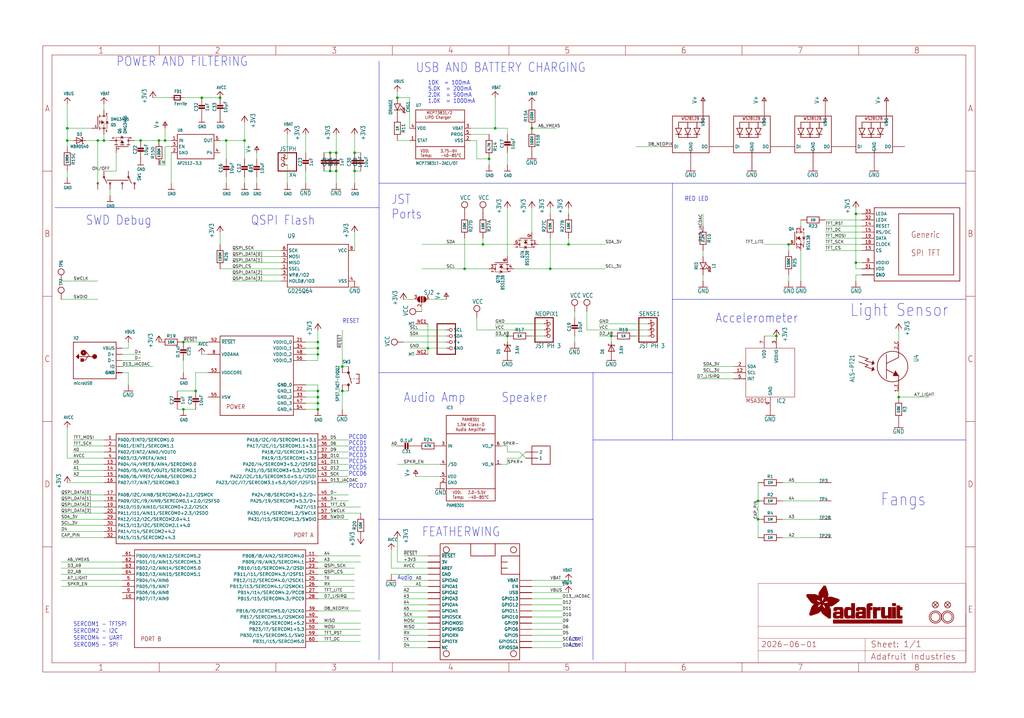
<source format=kicad_sch>
(kicad_sch (version 20230121) (generator eeschema)
  (paper "User" 425.45 298.602)
  (lib_symbols
    (symbol "working-eagle-import:ATSAMD51J"
      (symbol "ATSAMD51J_1_0"
        (text "PORT A" (at 48.26 -22.86 0) (effects (font (size 1.778 1.5113)) (justify left bottom)))
        (pin bidirectional line (at -30.48 17.78 0) (length 5.08) (name "PA00/EINT0/SERCOM1.0") (number "1"))
        (pin bidirectional line (at -30.48 7.62 0) (length 5.08) (name "PA04/I4/VREFB/AIN4/SERCOM0.0") (number "13"))
        (pin bidirectional line (at -30.48 5.08 0) (length 5.08) (name "PA05/I5/AIN5/VOUT1/SERCOM0.1") (number "14"))
        (pin bidirectional line (at -30.48 2.54 0) (length 5.08) (name "PA06/I6/VREFC/AIN6/SERCOM0.2") (number "15"))
        (pin bidirectional line (at -30.48 0 0) (length 5.08) (name "PA07/I7/AIN7/SERCOM0.3") (number "16"))
        (pin bidirectional line (at -30.48 -5.08 0) (length 5.08) (name "PA08/I2C/AIN8/SERCOM0.0+2.1/I2SMCK") (number "17"))
        (pin bidirectional line (at -30.48 -7.62 0) (length 5.08) (name "PA09/I2C/I9/AIN9/SERCOM0.1+2.0/I2SFS0") (number "18"))
        (pin bidirectional line (at -30.48 -10.16 0) (length 5.08) (name "PA10/I10/AIN10/SERCOM0+2.2/I2SCK") (number "19"))
        (pin bidirectional line (at -30.48 15.24 0) (length 5.08) (name "PA01/EINT1/SERCOM1.1") (number "2"))
        (pin bidirectional line (at -30.48 -12.7 0) (length 5.08) (name "PA11/I11/AIN11/SERCOM0+2.3/I2SDO") (number "20"))
        (pin bidirectional line (at -30.48 -15.24 0) (length 5.08) (name "PA12/I12/I2C/SERCOM2.0+4.1") (number "29"))
        (pin bidirectional line (at -30.48 12.7 0) (length 5.08) (name "PA02/EINT2/AIN0/VOUT0") (number "3"))
        (pin bidirectional line (at -30.48 -17.78 0) (length 5.08) (name "PA13/I13/I2C/SERCOM2.1+4.0") (number "30"))
        (pin bidirectional line (at -30.48 -20.32 0) (length 5.08) (name "PA14/I14/SERCOM2+4.2") (number "31"))
        (pin bidirectional line (at -30.48 -22.86 0) (length 5.08) (name "PA15/I15/SERCOM2+4.3") (number "32"))
        (pin bidirectional line (at 63.5 17.78 180) (length 5.08) (name "PA16/I2C/I0/SERCOM1.0+3.1") (number "35"))
        (pin bidirectional line (at 63.5 15.24 180) (length 5.08) (name "PA17/I2C/I1/SERCOM1.1+3.0") (number "36"))
        (pin bidirectional line (at 63.5 12.7 180) (length 5.08) (name "PA18/I2/SERCOM1+3.2") (number "37"))
        (pin bidirectional line (at 63.5 10.16 180) (length 5.08) (name "PA19/I3/SERCOM1+3.3") (number "38"))
        (pin bidirectional line (at -30.48 10.16 0) (length 5.08) (name "PA03/I3/VREFA/AIN1") (number "4"))
        (pin bidirectional line (at 63.5 7.62 180) (length 5.08) (name "PA20/I4/SERCOM3+5.2/I2SFS0") (number "41"))
        (pin bidirectional line (at 63.5 5.08 180) (length 5.08) (name "PA21/I5/SERCOM3+5.3/I2SDO") (number "42"))
        (pin bidirectional line (at 63.5 2.54 180) (length 5.08) (name "PA22/I2C/16/SERCOM3.0+5.1/I2SDI") (number "43"))
        (pin bidirectional line (at 63.5 0 180) (length 5.08) (name "PA23/I2C/I7/SERCOM3.1+5.0/SOF/I2SFS1") (number "44"))
        (pin bidirectional line (at 63.5 -5.08 180) (length 5.08) (name "PA24/I8/SERCOM3+5.2/D-") (number "45"))
        (pin bidirectional line (at 63.5 -7.62 180) (length 5.08) (name "PA25/19/SERCOM3+5.3/D+") (number "46"))
        (pin bidirectional line (at 63.5 -10.16 180) (length 5.08) (name "PA27/I11") (number "51"))
        (pin bidirectional line (at 63.5 -12.7 180) (length 5.08) (name "PA30/I14/SERCOM1.2/SWCLK") (number "57"))
        (pin bidirectional line (at 63.5 -15.24 180) (length 5.08) (name "PA31/I15/SERCOM1.3/SWDIO") (number "58"))
      )
      (symbol "ATSAMD51J_2_0"
        (text "PORT B" (at -35.56 -22.86 0) (effects (font (size 1.778 1.5113)) (justify left bottom)))
        (pin bidirectional line (at -43.18 -5.08 0) (length 5.08) (name "PB07/I7/AIN9") (number "10"))
        (pin bidirectional line (at 38.1 12.7 180) (length 5.08) (name "PB08/I8/AIN2/SERCOM4.0") (number "11"))
        (pin bidirectional line (at 38.1 10.16 180) (length 5.08) (name "PB09/I9/AIN3/SERCOM4.1") (number "12"))
        (pin bidirectional line (at 38.1 7.62 180) (length 5.08) (name "PB10/I10/SERCOM4.2/I2SDI") (number "23"))
        (pin bidirectional line (at 38.1 5.08 180) (length 5.08) (name "PB11/I11/SERCOM4.3/I2SFS1") (number "24"))
        (pin bidirectional line (at 38.1 2.54 180) (length 5.08) (name "PB12/I12/SERCOM4.0/I2SCK1") (number "25"))
        (pin bidirectional line (at 38.1 0 180) (length 5.08) (name "PB13/I13/SERCOM4.1/I2SMCK1") (number "26"))
        (pin bidirectional line (at 38.1 -2.54 180) (length 5.08) (name "PB14/I14/SERCOM4.2/PCC8") (number "27"))
        (pin bidirectional line (at 38.1 -5.08 180) (length 5.08) (name "PB15/I15/SERCOM4.3/PCC9") (number "28"))
        (pin bidirectional line (at 38.1 -10.16 180) (length 5.08) (name "PB16/I0/SERCOM5.0/I2SCK0") (number "39"))
        (pin bidirectional line (at 38.1 -12.7 180) (length 5.08) (name "PB17/SERCOM5.1/I2SMCK0") (number "40"))
        (pin bidirectional line (at 38.1 -15.24 180) (length 5.08) (name "PB22/I6/SERCOM1+5.2") (number "49"))
        (pin bidirectional line (at -43.18 2.54 0) (length 5.08) (name "PB04/I4/AIN6") (number "5"))
        (pin bidirectional line (at 38.1 -17.78 180) (length 5.08) (name "PB23/I7/SERCOM1+5.3") (number "50"))
        (pin bidirectional line (at 38.1 -20.32 180) (length 5.08) (name "PB30/I14/SERCOM5.1/SWO") (number "59"))
        (pin bidirectional line (at -43.18 0 0) (length 5.08) (name "PB05/I5/AIN7") (number "6"))
        (pin bidirectional line (at 38.1 -22.86 180) (length 5.08) (name "PB31/I15/SERCOM5.0") (number "60"))
        (pin bidirectional line (at -43.18 12.7 0) (length 5.08) (name "PB00/I0/AIN12/SERCOM5.2") (number "61"))
        (pin bidirectional line (at -43.18 10.16 0) (length 5.08) (name "PB01/I1/AIN13/SERCOM5.3") (number "62"))
        (pin bidirectional line (at -43.18 7.62 0) (length 5.08) (name "PB02/I2/AIN14/SERCOM5.0") (number "63"))
        (pin bidirectional line (at -43.18 5.08 0) (length 5.08) (name "PB03/I3/AIN15/SERCOM5.1") (number "64"))
        (pin bidirectional line (at -43.18 -2.54 0) (length 5.08) (name "PB06/I6/AIN8") (number "9"))
      )
      (symbol "ATSAMD51J_3_0"
        (text "POWER" (at -12.7 -12.7 0) (effects (font (size 1.778 1.5113)) (justify left bottom)))
        (pin bidirectional line (at 20.32 15.24 180) (length 5.08) (name "VDDIO_0") (number "21"))
        (pin bidirectional line (at 20.32 -5.08 180) (length 5.08) (name "GND_1") (number "22"))
        (pin bidirectional line (at 20.32 -7.62 180) (length 5.08) (name "GND_2") (number "33"))
        (pin bidirectional line (at 20.32 12.7 180) (length 5.08) (name "VDDIO_1") (number "34"))
        (pin bidirectional line (at 20.32 -10.16 180) (length 5.08) (name "GND_3") (number "47"))
        (pin bidirectional line (at 20.32 10.16 180) (length 5.08) (name "VDDIO_2") (number "48"))
        (pin bidirectional line (at -20.32 15.24 0) (length 5.08) (name "~{RESET}") (number "52"))
        (pin bidirectional line (at -20.32 2.54 0) (length 5.08) (name "VDDCORE") (number "53"))
        (pin bidirectional line (at 20.32 -12.7 180) (length 5.08) (name "GND_4") (number "54"))
        (pin bidirectional line (at -20.32 -7.62 0) (length 5.08) (name "VSW") (number "55"))
        (pin bidirectional line (at 20.32 7.62 180) (length 5.08) (name "VDDIO_3") (number "56"))
        (pin bidirectional line (at 20.32 -2.54 180) (length 5.08) (name "GND_0") (number "7"))
        (pin bidirectional line (at -20.32 10.16 0) (length 5.08) (name "VDDANA") (number "8"))
        (pin bidirectional line (at 20.32 -2.54 180) (length 5.08) (name "GND_0") (number "EXP"))
      )
    )
    (symbol "working-eagle-import:AVCC" (power)
      (property "Value" "AVCC" (at -1.524 1.016 0))
      (symbol "AVCC_1_0"
        (pin power_in line (at 0 -2.54 90) (length 2.54) (name "AVCC") (number "1"))
      )
    )
    (symbol "working-eagle-import:CAP_CERAMIC0603_NO"
      (property "Reference" "C" (at -2.29 1.25 90))
      (symbol "CAP_CERAMIC0603_NO_1_0"
        (pin passive line (at 0 5.08 270) (length 2.54) (name "1") (number "1"))
        (pin passive line (at 0 -2.54 90) (length 2.54) (name "2") (number "2"))
      )
    )
    (symbol "working-eagle-import:CAP_CERAMIC0805-NOOUTLINE"
      (property "Reference" "C" (at -2.29 1.25 90))
      (symbol "CAP_CERAMIC0805-NOOUTLINE_1_0"
        (pin passive line (at 0 5.08 270) (length 2.54) (name "1") (number "1"))
        (pin passive line (at 0 -2.54 90) (length 2.54) (name "2") (number "2"))
      )
    )
    (symbol "working-eagle-import:CON_JST_PH_2PIN"
      (property "Reference" "X" (at -6.35 5.715 0))
      (symbol "CON_JST_PH_2PIN_1_0"
        (pin passive inverted (at -2.54 2.54 0) (length 2.54) (name "1") (number "1"))
        (pin passive inverted (at -2.54 0 0) (length 2.54) (name "2") (number "2"))
      )
    )
    (symbol "working-eagle-import:CON_JST_PH_3PIN"
      (property "Reference" "X" (at -6.35 5.715 0))
      (symbol "CON_JST_PH_3PIN_1_0"
        (pin passive inverted (at -2.54 2.54 0) (length 2.54) (name "1") (number "1"))
        (pin passive inverted (at -2.54 0 0) (length 2.54) (name "2") (number "2"))
        (pin passive inverted (at -2.54 -2.54 0) (length 2.54) (name "3") (number "3"))
      )
    )
    (symbol "working-eagle-import:CON_MOLEX_2P"
      (symbol "CON_MOLEX_2P_1_0"
        (pin passive line (at -5.08 2.54 0) (length 5.08) (name "1") (number "1"))
        (pin passive line (at -5.08 0 0) (length 5.08) (name "2") (number "2"))
      )
      (symbol "CON_MOLEX_2P_2_0"
        (pin bidirectional line (at 0 0 0) (length 5.08) (name "MT") (number "M1"))
      )
      (symbol "CON_MOLEX_2P_3_0"
        (pin bidirectional line (at 0 0 0) (length 5.08) (name "MT") (number "M2"))
      )
    )
    (symbol "working-eagle-import:DIODE-SCHOTTKYSOD-123"
      (property "Reference" "D" (at 0 2.54 0))
      (symbol "DIODE-SCHOTTKYSOD-123_1_0"
        (pin passive line (at -2.54 0 0) (length 2.54) (name "A") (number "A"))
        (pin passive line (at 2.54 0 180) (length 2.54) (name "C") (number "C"))
      )
    )
    (symbol "working-eagle-import:DIODE-ZENERSOD323"
      (property "Reference" "D" (at -2.54 3.0226 0))
      (symbol "DIODE-ZENERSOD323_1_0"
        (pin passive line (at -2.54 0 0) (length 2.54) (name "A") (number "A"))
        (pin passive line (at 2.54 0 180) (length 2.54) (name "C") (number "C"))
      )
    )
    (symbol "working-eagle-import:DISP_LCD_GENERIC_SPITFT_VDDIO_1.54_240X240_HANDSOLDER"
      (symbol "DISP_LCD_GENERIC_SPITFT_VDDIO_1.54_240X240_HANDSOLDER_1_0"
        (text "Generic" (at -7.62 2.54 0) (effects (font (size 2.54 2.159)) (justify left bottom)))
        (text "SPI TFT" (at -7.62 -5.08 0) (effects (font (size 2.54 2.159)) (justify left bottom)))
        (pin input line (at -27.94 -2.54 0) (length 5.08) (name "CS") (number "13"))
        (pin input line (at -27.94 7.62 0) (length 5.08) (name "RESET") (number "14"))
        (pin input line (at -27.94 5.08 0) (length 5.08) (name "RS/DC") (number "15"))
        (pin input line (at -27.94 0 0) (length 5.08) (name "CLOCK") (number "18"))
        (pin bidirectional line (at -27.94 2.54 0) (length 5.08) (name "DATA") (number "19"))
        (pin power_in line (at -27.94 -12.7 0) (length 5.08) (name "GND") (number "21"))
        (pin power_in line (at -27.94 -12.7 0) (length 5.08) (name "GND") (number "22"))
        (pin power_in line (at -27.94 -10.16 0) (length 5.08) (name "VDD") (number "31"))
        (pin input line (at -27.94 10.16 0) (length 5.08) (name "LEDK") (number "32"))
        (pin input line (at -27.94 12.7 0) (length 5.08) (name "LEDA") (number "33"))
        (pin power_in line (at -27.94 -12.7 0) (length 5.08) (name "GND") (number "8"))
        (pin power_in line (at -27.94 -7.62 0) (length 5.08) (name "VDDIO") (number "9"))
      )
    )
    (symbol "working-eagle-import:FEATHERWING_SMTDUALNOHOLES"
      (symbol "FEATHERWING_SMTDUALNOHOLES_1_0"
        (pin input line (at 5.08 -5.08 90) (length 5.08) (name "~{RESET}") (number "1"))
        (pin bidirectional line (at 27.94 -5.08 90) (length 5.08) (name "GPIOA5") (number "10"))
        (pin bidirectional line (at 27.94 -5.08 90) (length 5.08) (name "GPIOA5") (number "10B"))
        (pin bidirectional line (at 30.48 -5.08 90) (length 5.08) (name "GPIOSCK") (number "11"))
        (pin bidirectional line (at 30.48 -5.08 90) (length 5.08) (name "GPIOSCK") (number "11B"))
        (pin bidirectional line (at 33.02 -5.08 90) (length 5.08) (name "GPIOMOSI") (number "12"))
        (pin bidirectional line (at 33.02 -5.08 90) (length 5.08) (name "GPIOMOSI") (number "12B"))
        (pin bidirectional line (at 35.56 -5.08 90) (length 5.08) (name "GPIOMISO") (number "13"))
        (pin bidirectional line (at 35.56 -5.08 90) (length 5.08) (name "GPIOMISO") (number "13B"))
        (pin bidirectional line (at 38.1 -5.08 90) (length 5.08) (name "GPIORX") (number "14"))
        (pin bidirectional line (at 38.1 -5.08 90) (length 5.08) (name "GPIORX") (number "14B"))
        (pin bidirectional line (at 40.64 -5.08 90) (length 5.08) (name "GPIOTX") (number "15"))
        (pin bidirectional line (at 40.64 -5.08 90) (length 5.08) (name "GPIOTX") (number "15B"))
        (pin passive line (at 43.18 -5.08 90) (length 5.08) (name "NC") (number "16"))
        (pin passive line (at 43.18 -5.08 90) (length 5.08) (name "NC") (number "16B"))
        (pin bidirectional line (at 43.18 38.1 270) (length 5.08) (name "GPIOSDA") (number "17"))
        (pin bidirectional line (at 43.18 38.1 270) (length 5.08) (name "GPIOSDA") (number "17B"))
        (pin bidirectional line (at 40.64 38.1 270) (length 5.08) (name "GPIOSCL") (number "18"))
        (pin bidirectional line (at 40.64 38.1 270) (length 5.08) (name "GPIOSCL") (number "18B"))
        (pin bidirectional line (at 38.1 38.1 270) (length 5.08) (name "GPIO5") (number "19"))
        (pin bidirectional line (at 38.1 38.1 270) (length 5.08) (name "GPIO5") (number "19B"))
        (pin input line (at 5.08 -5.08 90) (length 5.08) (name "~{RESET}") (number "1B"))
        (pin power_in line (at 7.62 -5.08 90) (length 5.08) (name "3V") (number "2"))
        (pin bidirectional line (at 35.56 38.1 270) (length 5.08) (name "GPIO6") (number "20"))
        (pin bidirectional line (at 35.56 38.1 270) (length 5.08) (name "GPIO6") (number "20B"))
        (pin bidirectional line (at 33.02 38.1 270) (length 5.08) (name "GPIO9") (number "21"))
        (pin bidirectional line (at 33.02 38.1 270) (length 5.08) (name "GPIO9") (number "21B"))
        (pin bidirectional line (at 30.48 38.1 270) (length 5.08) (name "GPIO10") (number "22"))
        (pin bidirectional line (at 30.48 38.1 270) (length 5.08) (name "GPIO10") (number "22B"))
        (pin bidirectional line (at 27.94 38.1 270) (length 5.08) (name "GPIO11") (number "23"))
        (pin bidirectional line (at 27.94 38.1 270) (length 5.08) (name "GPIO11") (number "23B"))
        (pin bidirectional line (at 25.4 38.1 270) (length 5.08) (name "GPIO12") (number "24"))
        (pin bidirectional line (at 25.4 38.1 270) (length 5.08) (name "GPIO12") (number "24B"))
        (pin bidirectional line (at 22.86 38.1 270) (length 5.08) (name "GPIO13") (number "25"))
        (pin bidirectional line (at 22.86 38.1 270) (length 5.08) (name "GPIO13") (number "25B"))
        (pin power_in line (at 20.32 38.1 270) (length 5.08) (name "USB") (number "26"))
        (pin power_in line (at 20.32 38.1 270) (length 5.08) (name "USB") (number "26B"))
        (pin passive line (at 17.78 38.1 270) (length 5.08) (name "EN") (number "27"))
        (pin passive line (at 17.78 38.1 270) (length 5.08) (name "EN") (number "27B"))
        (pin power_in line (at 15.24 38.1 270) (length 5.08) (name "VBAT") (number "28"))
        (pin power_in line (at 15.24 38.1 270) (length 5.08) (name "VBAT") (number "28B"))
        (pin power_in line (at 7.62 -5.08 90) (length 5.08) (name "3V") (number "2B"))
        (pin passive line (at 10.16 -5.08 90) (length 5.08) (name "AREF") (number "3"))
        (pin passive line (at 10.16 -5.08 90) (length 5.08) (name "AREF") (number "3B"))
        (pin power_in line (at 12.7 -5.08 90) (length 5.08) (name "GND") (number "4"))
        (pin power_in line (at 12.7 -5.08 90) (length 5.08) (name "GND") (number "4B"))
        (pin bidirectional line (at 15.24 -5.08 90) (length 5.08) (name "GPIOA0") (number "5"))
        (pin bidirectional line (at 15.24 -5.08 90) (length 5.08) (name "GPIOA0") (number "5B"))
        (pin bidirectional line (at 17.78 -5.08 90) (length 5.08) (name "GPIOA1") (number "6"))
        (pin bidirectional line (at 17.78 -5.08 90) (length 5.08) (name "GPIOA1") (number "6B"))
        (pin bidirectional line (at 20.32 -5.08 90) (length 5.08) (name "GPIOA2") (number "7"))
        (pin bidirectional line (at 20.32 -5.08 90) (length 5.08) (name "GPIOA2") (number "7B"))
        (pin bidirectional line (at 22.86 -5.08 90) (length 5.08) (name "GPIOA3") (number "8"))
        (pin bidirectional line (at 22.86 -5.08 90) (length 5.08) (name "GPIOA3") (number "8B"))
        (pin bidirectional line (at 25.4 -5.08 90) (length 5.08) (name "GPIOA4") (number "9"))
        (pin bidirectional line (at 25.4 -5.08 90) (length 5.08) (name "GPIOA4") (number "9B"))
      )
    )
    (symbol "working-eagle-import:FERRITE-0805NO"
      (property "Reference" "FB" (at -1.27 1.905 0))
      (symbol "FERRITE-0805NO_1_0"
        (pin passive line (at -2.54 0 0) (length 2.54) (name "P$1") (number "1"))
        (pin passive line (at 2.54 0 180) (length 2.54) (name "P$2") (number "2"))
      )
    )
    (symbol "working-eagle-import:FIDUCIAL_1MM")
    (symbol "working-eagle-import:FRAME_A3_ADAFRUIT"
      (symbol "FRAME_A3_ADAFRUIT_1_0"
        (text "${#}/${##}" (at 357.505 10.16 0) (effects (font (size 2.54 2.54)) (justify left bottom)))
        (text "${CURRENT_DATE}" (at 298.45 10.16 0) (effects (font (size 2.286 2.286)) (justify left bottom)))
        (text "${PROJECTNAME}" (at 298.45 15.24 0) (effects (font (size 2.54 2.54)) (justify left bottom)))
        (text "1" (at 24.2094 1.905 0) (effects (font (size 2.54 2.286))))
        (text "1" (at 24.2094 258.445 0) (effects (font (size 2.54 2.286))))
        (text "2" (at 72.6281 1.905 0) (effects (font (size 2.54 2.286))))
        (text "2" (at 72.6281 258.445 0) (effects (font (size 2.54 2.286))))
        (text "3" (at 121.0469 1.905 0) (effects (font (size 2.54 2.286))))
        (text "3" (at 121.0469 258.445 0) (effects (font (size 2.54 2.286))))
        (text "4" (at 169.4656 1.905 0) (effects (font (size 2.54 2.286))))
        (text "4" (at 169.4656 258.445 0) (effects (font (size 2.54 2.286))))
        (text "5" (at 217.8844 1.905 0) (effects (font (size 2.54 2.286))))
        (text "5" (at 217.8844 258.445 0) (effects (font (size 2.54 2.286))))
        (text "6" (at 266.3031 1.905 0) (effects (font (size 2.54 2.286))))
        (text "6" (at 266.3031 258.445 0) (effects (font (size 2.54 2.286))))
        (text "7" (at 314.7219 1.905 0) (effects (font (size 2.54 2.286))))
        (text "7" (at 314.7219 258.445 0) (effects (font (size 2.54 2.286))))
        (text "8" (at 363.1406 1.905 0) (effects (font (size 2.54 2.286))))
        (text "8" (at 363.1406 258.445 0) (effects (font (size 2.54 2.286))))
        (text "A" (at 1.905 234.315 0) (effects (font (size 2.54 2.286))))
        (text "A" (at 385.445 234.315 0) (effects (font (size 2.54 2.286))))
        (text "Adafruit Industries" (at 343.916 4.953 0) (effects (font (size 2.54 2.54)) (justify left bottom)))
        (text "B" (at 1.905 182.245 0) (effects (font (size 2.54 2.286))))
        (text "B" (at 385.445 182.245 0) (effects (font (size 2.54 2.286))))
        (text "C" (at 1.905 130.175 0) (effects (font (size 2.54 2.286))))
        (text "C" (at 385.445 130.175 0) (effects (font (size 2.54 2.286))))
        (text "D" (at 1.905 78.105 0) (effects (font (size 2.54 2.286))))
        (text "D" (at 385.445 78.105 0) (effects (font (size 2.54 2.286))))
        (text "E" (at 1.905 26.035 0) (effects (font (size 2.54 2.286))))
        (text "E" (at 385.445 26.035 0) (effects (font (size 2.54 2.286))))
        (text "Sheet:" (at 343.916 10.033 0) (effects (font (size 2.54 2.54)) (justify left bottom)))
      )
    )
    (symbol "working-eagle-import:GND" (power)
      (property "Value" "GND" (at -1.524 -2.54 0))
      (symbol "GND_1_0"
        (pin power_in line (at 0 2.54 270) (length 2.54) (name "GND") (number "1"))
      )
    )
    (symbol "working-eagle-import:LED0805_NOOUTLINE"
      (property "Reference" "D" (at -1.27 4.445 0))
      (symbol "LED0805_NOOUTLINE_1_0"
        (pin passive line (at -5.08 0 0) (length 2.54) (name "A") (number "A"))
        (pin passive line (at 2.54 0 180) (length 2.54) (name "C") (number "C"))
      )
    )
    (symbol "working-eagle-import:MCP73831/2"
      (property "Reference" "U" (at -10.16 11.43 0))
      (symbol "MCP73831/2_1_0"
        (text "-40-85°C" (at 0 -9.525 0) (effects (font (size 1.27 1.0795)) (justify left bottom)))
        (text "3.75-6V" (at 0 -7.62 0) (effects (font (size 1.27 1.0795)) (justify left bottom)))
        (text "LIPO Charger" (at -6.35 6.35 0) (effects (font (size 1.27 1.0795)) (justify left bottom)))
        (text "MCP73831/2" (at -5.715 8.255 0) (effects (font (size 1.27 1.0795)) (justify left bottom)))
        (text "Temp:" (at -8.255 -9.525 0) (effects (font (size 1.27 1.0795)) (justify left bottom)))
        (text "VDD:" (at -8.255 -7.62 0) (effects (font (size 1.27 1.0795)) (justify left bottom)))
        (pin output line (at -12.7 -2.54 0) (length 2.54) (name "STAT") (number "1"))
        (pin power_in line (at 12.7 -2.54 180) (length 2.54) (name "VSS") (number "2"))
        (pin power_in line (at 12.7 2.54 180) (length 2.54) (name "VBAT") (number "3"))
        (pin power_in line (at -12.7 2.54 0) (length 2.54) (name "VDD") (number "4"))
        (pin input line (at 12.7 0 180) (length 2.54) (name "PROG") (number "5"))
      )
    )
    (symbol "working-eagle-import:MOSFET-NWIDE"
      (property "Reference" "Q" (at 5.08 0.635 0))
      (symbol "MOSFET-NWIDE_1_0"
        (text "D" (at 3.175 3.175 0) (effects (font (size 0.8128 0.6908)) (justify left bottom)))
        (text "G" (at -1.27 -1.905 0) (effects (font (size 0.8128 0.6908)) (justify left bottom)))
        (text "S" (at 3.175 -3.81 0) (effects (font (size 0.8128 0.6908)) (justify left bottom)))
        (pin bidirectional line (at -2.54 -2.54 0) (length 2.54) (name "G") (number "1"))
        (pin bidirectional line (at 2.54 -5.08 90) (length 2.54) (name "S") (number "2"))
        (pin bidirectional line (at 2.54 5.08 270) (length 2.54) (name "D") (number "3"))
      )
    )
    (symbol "working-eagle-import:MOSFET-N_DUAL"
      (property "Reference" "Q" (at 5.08 0.635 0))
      (symbol "MOSFET-N_DUAL_1_0"
        (text "D" (at 3.175 3.175 0) (effects (font (size 0.8128 0.6908)) (justify left bottom)))
        (text "G" (at -1.27 -1.905 0) (effects (font (size 0.8128 0.6908)) (justify left bottom)))
        (text "S" (at 3.175 -3.81 0) (effects (font (size 0.8128 0.6908)) (justify left bottom)))
        (pin bidirectional line (at 2.54 -5.08 90) (length 2.54) (name "S") (number "1"))
        (pin bidirectional line (at -2.54 -2.54 0) (length 2.54) (name "G") (number "2"))
        (pin bidirectional line (at 2.54 5.08 270) (length 2.54) (name "D") (number "6"))
      )
      (symbol "MOSFET-N_DUAL_2_0"
        (text "D" (at 3.175 3.175 0) (effects (font (size 0.8128 0.6908)) (justify left bottom)))
        (text "G" (at -1.27 -1.905 0) (effects (font (size 0.8128 0.6908)) (justify left bottom)))
        (text "S" (at 3.175 -3.81 0) (effects (font (size 0.8128 0.6908)) (justify left bottom)))
        (pin bidirectional line (at 2.54 5.08 270) (length 2.54) (name "D") (number "3"))
        (pin bidirectional line (at 2.54 -5.08 90) (length 2.54) (name "S") (number "4"))
        (pin bidirectional line (at -2.54 -2.54 0) (length 2.54) (name "G") (number "5"))
      )
    )
    (symbol "working-eagle-import:MOSFET-P"
      (property "Reference" "Q" (at 2.794 0.381 0))
      (symbol "MOSFET-P_1_0"
        (text "D" (at 0.635 -3.81 0) (effects (font (size 0.8128 0.6908)) (justify left bottom)))
        (text "G" (at -3.81 1.27 0) (effects (font (size 0.8128 0.6908)) (justify left bottom)))
        (text "S" (at 0.635 3.175 0) (effects (font (size 0.8128 0.6908)) (justify left bottom)))
        (pin passive line (at -5.08 2.54 0) (length 2.54) (name "G") (number "1"))
        (pin passive line (at 0 5.08 270) (length 2.54) (name "S") (number "2"))
        (pin passive line (at 0 -5.08 90) (length 2.54) (name "D") (number "3"))
      )
    )
    (symbol "working-eagle-import:MOUNTINGHOLE2.5")
    (symbol "working-eagle-import:MSA301"
      (property "Reference" "IC" (at 2.54 -12.7 0))
      (symbol "MSA301_1_0"
        (text "MSA301" (at -10.16 -12.7 0) (effects (font (size 1.778 1.5113)) (justify left bottom)))
        (pin bidirectional line (at -15.24 0 0) (length 5.08) (name "SCL") (number "12"))
        (pin bidirectional line (at -15.24 2.54 0) (length 5.08) (name "SDA") (number "2"))
        (pin power_in line (at 2.54 15.24 270) (length 5.08) (name "VDDIO") (number "3"))
        (pin output line (at -15.24 -2.54 0) (length 5.08) (name "INT") (number "5"))
        (pin power_in line (at -2.54 15.24 270) (length 5.08) (name "VDD") (number "7"))
        (pin power_in line (at 0 -15.24 90) (length 5.08) (name "GND") (number "9"))
      )
    )
    (symbol "working-eagle-import:PAM8301"
      (property "Reference" "IC" (at -10.16 17.78 0))
      (symbol "PAM8301_1_0"
        (text "2.0-5.5V\n-40-85°C" (at -1.27 -17.78 0) (effects (font (size 1.27 1.0795)) (justify left)))
        (text "PAM8301\n1.5W Class-D\nAudio Amplifier" (at 0 11.43 0) (effects (font (size 1.27 1.0795))))
        (text "VDD:\nTemp:" (at -7.62 -17.78 0) (effects (font (size 1.27 1.0795)) (justify left)))
        (pin output line (at 12.7 -5.08 180) (length 2.54) (name "VO_N") (number "1"))
        (pin power_in line (at -12.7 -12.7 0) (length 2.54) (name "GND") (number "2"))
        (pin input line (at -12.7 2.54 0) (length 2.54) (name "IN") (number "3"))
        (pin input line (at -12.7 -5.08 0) (length 2.54) (name "/SD") (number "4"))
        (pin power_in line (at -12.7 -10.16 0) (length 2.54) (name "VDD") (number "5"))
        (pin output line (at 12.7 2.54 180) (length 2.54) (name "VO_P") (number "6"))
      )
    )
    (symbol "working-eagle-import:PHOTOTRANSISTOR_PT26-21C"
      (property "Reference" "U" (at 8.89 5.08 90))
      (symbol "PHOTOTRANSISTOR_PT26-21C_1_0"
        (pin bidirectional line (at 2.54 -10.16 90) (length 2.54) (name "E") (number "1_E"))
        (pin bidirectional line (at 2.54 10.16 270) (length 2.54) (name "C") (number "2_C"))
      )
    )
    (symbol "working-eagle-import:RESISTOR_0603_NOOUT"
      (property "Reference" "R" (at 0 2.54 0))
      (symbol "RESISTOR_0603_NOOUT_1_0"
        (pin passive line (at -5.08 0 0) (length 2.54) (name "1") (number "1"))
        (pin passive line (at 5.08 0 180) (length 2.54) (name "2") (number "2"))
      )
    )
    (symbol "working-eagle-import:RESISTOR_4PACK"
      (property "Reference" "R" (at 0 2.54 0))
      (symbol "RESISTOR_4PACK_1_0"
        (pin passive line (at -5.08 0 0) (length 2.54) (name "1") (number "1"))
        (pin passive line (at 5.08 0 180) (length 2.54) (name "2") (number "8"))
      )
      (symbol "RESISTOR_4PACK_2_0"
        (pin passive line (at -5.08 0 0) (length 2.54) (name "1") (number "2"))
        (pin passive line (at 5.08 0 180) (length 2.54) (name "2") (number "7"))
      )
      (symbol "RESISTOR_4PACK_3_0"
        (pin passive line (at -5.08 0 0) (length 2.54) (name "1") (number "3"))
        (pin passive line (at 5.08 0 180) (length 2.54) (name "2") (number "6"))
      )
      (symbol "RESISTOR_4PACK_4_0"
        (pin passive line (at -5.08 0 0) (length 2.54) (name "1") (number "4"))
        (pin passive line (at 5.08 0 180) (length 2.54) (name "2") (number "5"))
      )
    )
    (symbol "working-eagle-import:SEWTAPPCB_ALLIGATOR"
      (property "Reference" "TP" (at 0 0 0))
      (symbol "SEWTAPPCB_ALLIGATOR_1_0"
        (pin bidirectional line (at 0 0 0) (length 5.08) (name "SEW") (number "P$1"))
      )
    )
    (symbol "working-eagle-import:SEWTAP_ALLILONG"
      (property "Reference" "TP" (at 0 0 0))
      (symbol "SEWTAP_ALLILONG_1_0"
        (pin bidirectional line (at 0 0 0) (length 5.08) (name "SEW") (number "P$1"))
      )
    )
    (symbol "working-eagle-import:SOLDERJUMPER_2WAY"
      (property "Reference" "SJ" (at -5.08 -3.81 0))
      (symbol "SOLDERJUMPER_2WAY_1_0"
        (pin passive line (at -2.54 0 0) (length 0) (name "1") (number "1"))
        (pin passive line (at 0 2.54 270) (length 0) (name "2") (number "2"))
        (pin passive line (at 2.54 0 180) (length 0) (name "3") (number "3"))
      )
    )
    (symbol "working-eagle-import:SPIFLASH_8PIN208MIL"
      (property "Reference" "U" (at -12.7 12.7 0))
      (symbol "SPIFLASH_8PIN208MIL_1_0"
        (pin bidirectional line (at -15.24 0 0) (length 2.54) (name "SSEL") (number "1"))
        (pin bidirectional line (at -15.24 2.54 0) (length 2.54) (name "MISO") (number "2"))
        (pin bidirectional line (at -15.24 -2.54 0) (length 2.54) (name "WP#/IO2") (number "3"))
        (pin bidirectional line (at 15.24 -5.08 180) (length 2.54) (name "VSS") (number "4"))
        (pin bidirectional line (at -15.24 5.08 0) (length 2.54) (name "MOSI") (number "5"))
        (pin bidirectional line (at -15.24 7.62 0) (length 2.54) (name "SCK") (number "6"))
        (pin bidirectional line (at -15.24 -5.08 0) (length 2.54) (name "HOLD#/IO3") (number "7"))
        (pin bidirectional line (at 15.24 7.62 180) (length 2.54) (name "VCC") (number "8"))
      )
    )
    (symbol "working-eagle-import:STEMMA_I2C_RASMT"
      (symbol "STEMMA_I2C_RASMT_1_0"
        (pin passive inverted (at 0 5.08 0) (length 2.54) (name "GND") (number "1"))
        (pin passive inverted (at 0 2.54 0) (length 2.54) (name "V+") (number "2"))
        (pin passive inverted (at 0 0 0) (length 2.54) (name "SDA") (number "3"))
        (pin passive inverted (at 0 -2.54 0) (length 2.54) (name "SCL") (number "4"))
      )
      (symbol "STEMMA_I2C_RASMT_2_0"
        (pin bidirectional line (at 0 0 0) (length 5.08) (name "MT") (number "NC1"))
      )
      (symbol "STEMMA_I2C_RASMT_3_0"
        (pin bidirectional line (at 0 0 0) (length 5.08) (name "MT") (number "NC2"))
      )
    )
    (symbol "working-eagle-import:SWITCH_DPDTEG1390"
      (property "Reference" "SW" (at -4.445 8.89 0))
      (symbol "SWITCH_DPDTEG1390_1_0"
        (pin passive line (at 2.54 7.62 180) (length 2.54) (name "O1") (number "O1"))
        (pin passive line (at 2.54 -2.54 180) (length 2.54) (name "O2") (number "O2"))
        (pin passive line (at -5.08 5.08 0) (length 2.54) (name "P1") (number "P1"))
        (pin passive line (at -5.08 -5.08 0) (length 2.54) (name "P2") (number "P2"))
        (pin passive line (at 2.54 2.54 180) (length 2.54) (name "S1") (number "S1"))
        (pin passive line (at 2.54 -7.62 180) (length 2.54) (name "S2") (number "S2"))
      )
    )
    (symbol "working-eagle-import:SWITCH_TACT_SMT4.6X2.8"
      (property "Reference" "SW" (at -2.54 6.35 0))
      (symbol "SWITCH_TACT_SMT4.6X2.8_1_0"
        (pin passive line (at -5.08 0 0) (length 2.54) (name "P") (number "A"))
        (pin passive line (at -5.08 -2.54 0) (length 2.54) (name "P1") (number "A'"))
        (pin passive line (at 5.08 0 180) (length 2.54) (name "S") (number "B"))
        (pin passive line (at 5.08 -2.54 180) (length 2.54) (name "S1") (number "B'"))
      )
    )
    (symbol "working-eagle-import:TESTPOINTROUND1.5MM"
      (property "Reference" "TP" (at 0 5.588 90))
      (symbol "TESTPOINTROUND1.5MM_1_0"
        (pin bidirectional line (at 0 0 90) (length 2.54) (name "P$1") (number "P$1"))
      )
    )
    (symbol "working-eagle-import:USB_MICRO_20329_V2"
      (property "Reference" "X" (at -10.16 8.636 0))
      (symbol "USB_MICRO_20329_V2_1_0"
        (pin power_in line (at 10.16 -5.08 180) (length 2.54) (name "GND") (number "BASE@1"))
        (pin power_in line (at 10.16 -5.08 180) (length 2.54) (name "GND") (number "BASE@2"))
        (pin bidirectional line (at 10.16 2.54 180) (length 2.54) (name "D+") (number "D+"))
        (pin bidirectional line (at 10.16 0 180) (length 2.54) (name "D-") (number "D-"))
        (pin power_in line (at 10.16 -5.08 180) (length 2.54) (name "GND") (number "GND"))
        (pin bidirectional line (at 10.16 -2.54 180) (length 2.54) (name "ID") (number "ID"))
        (pin power_in line (at 10.16 -5.08 180) (length 2.54) (name "GND") (number "SPRT@1"))
        (pin power_in line (at 10.16 -5.08 180) (length 2.54) (name "GND") (number "SPRT@2"))
        (pin power_in line (at 10.16 -5.08 180) (length 2.54) (name "GND") (number "SPRT@3"))
        (pin power_in line (at 10.16 -5.08 180) (length 2.54) (name "GND") (number "SPRT@4"))
        (pin power_in line (at 10.16 5.08 180) (length 2.54) (name "VBUS") (number "VBUS"))
      )
    )
    (symbol "working-eagle-import:V+" (power)
      (property "Value" "V+" (at -2.54 -2.54 90))
      (symbol "V+_1_0"
        (pin power_in line (at 0 -2.54 90) (length 2.54) (name "V+") (number "1"))
      )
    )
    (symbol "working-eagle-import:VBAT" (power)
      (property "Value" "VBAT" (at -1.524 1.016 0))
      (symbol "VBAT_1_0"
        (pin power_in line (at 0 -2.54 90) (length 2.54) (name "VBAT") (number "1"))
      )
    )
    (symbol "working-eagle-import:VBUS" (power)
      (property "Value" "VBUS" (at -1.524 1.016 0))
      (symbol "VBUS_1_0"
        (pin power_in line (at 0 -2.54 90) (length 2.54) (name "VBUS") (number "1"))
      )
    )
    (symbol "working-eagle-import:VCC" (power)
      (property "Value" "VCC" (at -1.905 3.175 0))
      (symbol "VCC_1_0"
        (pin power_in line (at 0 -2.54 90) (length 2.54) (name "VCC") (number "1"))
      )
    )
    (symbol "working-eagle-import:VREG_SOT23-5"
      (property "Reference" "U" (at -7.62 6.096 0))
      (symbol "VREG_SOT23-5_1_0"
        (pin power_in line (at -10.16 2.54 0) (length 2.54) (name "IN") (number "1"))
        (pin power_in line (at -10.16 -2.54 0) (length 2.54) (name "GND") (number "2"))
        (pin input line (at -10.16 0 0) (length 2.54) (name "EN") (number "3"))
        (pin bidirectional line (at 10.16 -2.54 180) (length 2.54) (name "P4") (number "4"))
        (pin power_in line (at 10.16 2.54 180) (length 2.54) (name "OUT") (number "5"))
      )
    )
    (symbol "working-eagle-import:WS2812B_4020"
      (symbol "WS2812B_4020_1_0"
        (text "WS2812B" (at -4.064 8.382 0) (effects (font (size 1.27 1.0795)) (justify left bottom)))
        (pin input line (at -12.7 -2.54 0) (length 5.08) (name "DI") (number "1"))
        (pin power_in line (at 5.08 15.24 270) (length 5.08) (name "VDD") (number "2"))
        (pin output line (at 12.7 -2.54 180) (length 5.08) (name "DO") (number "3"))
        (pin power_in line (at 0 -10.16 90) (length 5.08) (name "GND") (number "4"))
      )
    )
    (symbol "working-eagle-import:supply1_+3V3" (power)
      (property "Value" "supply1_+3V3" (at -2.54 -5.08 90))
      (symbol "supply1_+3V3_1_0"
        (pin power_in line (at 0 -2.54 90) (length 2.54) (name "+3V3") (number "1"))
      )
    )
    (symbol "working-eagle-import:supply1_GND" (power)
      (property "Value" "supply1_GND" (at -2.54 -2.54 0))
      (symbol "supply1_GND_1_0"
        (pin power_in line (at 0 2.54 270) (length 2.54) (name "GND") (number "1"))
      )
    )
  )
  (junction (at 137.16 71.12))
  (junction (at 132.08 162.56))
  (junction (at 93.98 58.42))
  (junction (at 66.04 58.42))
  (junction (at 27.94 53.34))
  (junction (at 139.7 63.5))
  (junction (at 205.74 53.34))
  (junction (at 132.08 142.24))
  (junction (at 254 139.7))
  (junction (at 91.44 40.64))
  (junction (at 40.64 58.42))
  (junction (at 76.2 142.24))
  (junction (at 177.8 144.78))
  (junction (at 27.94 58.42))
  (junction (at 165.1 40.64))
  (junction (at 81.28 162.56))
  (junction (at 373.38 165.1))
  (junction (at 193.04 111.76))
  (junction (at 132.08 165.1))
  (junction (at 132.08 147.32))
  (junction (at 210.82 139.7))
  (junction (at 327.66 101.6))
  (junction (at 236.22 101.6))
  (junction (at 58.42 58.42))
  (junction (at 132.08 144.78))
  (junction (at 139.7 71.12))
  (junction (at 220.98 53.34))
  (junction (at 76.2 170.18))
  (junction (at 101.6 58.42))
  (junction (at 147.32 71.12))
  (junction (at 142.24 162.56))
  (junction (at 68.58 58.42))
  (junction (at 228.6 111.76))
  (junction (at 203.2 66.04))
  (junction (at 355.6 109.22))
  (junction (at 147.32 63.5))
  (junction (at 314.96 215.9))
  (junction (at 200.66 101.6))
  (junction (at 43.18 58.42))
  (junction (at 132.08 167.64))
  (junction (at 314.96 208.28))
  (junction (at 83.82 40.64))
  (junction (at 137.16 63.5))
  (junction (at 322.58 139.7))
  (junction (at 142.24 152.4))
  (junction (at 355.6 88.9))
  (junction (at 132.08 170.18))
  (wire (pts (xy 147.32 63.5) (xy 149.86 63.5)) (stroke (width 0.1524)))
  (wire (pts (xy 147.32 71.12) (xy 149.86 71.12)) (stroke (width 0.1524)))
  (wire (pts (xy 147.32 243.84) (xy 132.08 243.84)) (stroke (width 0.1524)))
  (wire (pts (xy 137.16 208.28) (xy 144.78 208.28)) (stroke (width 0.1524)))
  (polyline (pts (xy 401.32 124.46) (xy 279.4 124.46)) (stroke (width 0.1524) (type solid)))
  (wire (pts (xy 137.16 210.82) (xy 149.86 210.82)) (stroke (width 0.1524)))
  (wire (pts (xy 233.68 256.54) (xy 220.98 256.54)) (stroke (width 0.1524)))
  (wire (pts (xy 177.8 134.62) (xy 177.8 144.78)) (stroke (width 0.1524)))
  (wire (pts (xy 220.98 248.92) (xy 233.68 248.92)) (stroke (width 0.1524)))
  (wire (pts (xy 213.36 101.6) (xy 200.66 101.6)) (stroke (width 0.1524)))
  (wire (pts (xy 132.08 246.38) (xy 147.32 246.38)) (stroke (width 0.1524)))
  (polyline (pts (xy 157.48 215.9) (xy 157.48 154.94)) (stroke (width 0.1524) (type solid)))
  (wire (pts (xy 358.14 91.44) (xy 342.9 91.44)) (stroke (width 0.1524)))
  (wire (pts (xy 210.82 139.7) (xy 205.74 139.7)) (stroke (width 0.1524)))
  (wire (pts (xy 137.16 182.88) (xy 144.78 182.88)) (stroke (width 0.1524)))
  (wire (pts (xy 142.24 137.16) (xy 142.24 152.4)) (stroke (width 0.1524)))
  (wire (pts (xy 27.94 53.34) (xy 27.94 43.18)) (stroke (width 0.1524)))
  (wire (pts (xy 210.82 193.04) (xy 210.82 190.5)) (stroke (width 0.1524)))
  (wire (pts (xy 182.88 193.04) (xy 165.1 193.04)) (stroke (width 0.1524)))
  (wire (pts (xy 144.78 215.9) (xy 137.16 215.9)) (stroke (width 0.1524)))
  (wire (pts (xy 322.58 139.7) (xy 317.5 139.7)) (stroke (width 0.1524)))
  (wire (pts (xy 48.26 63.5) (xy 48.26 71.12)) (stroke (width 0.1524)))
  (wire (pts (xy 81.28 170.18) (xy 76.2 170.18)) (stroke (width 0.1524)))
  (polyline (pts (xy 279.4 154.94) (xy 246.38 154.94)) (stroke (width 0.1524) (type solid)))
  (wire (pts (xy 132.08 144.78) (xy 132.08 142.24)) (stroke (width 0.1524)))
  (wire (pts (xy 68.58 58.42) (xy 66.04 58.42)) (stroke (width 0.1524)))
  (wire (pts (xy 40.64 58.42) (xy 43.18 58.42)) (stroke (width 0.1524)))
  (wire (pts (xy 35.56 58.42) (xy 40.64 58.42)) (stroke (width 0.1524)))
  (wire (pts (xy 43.18 43.18) (xy 43.18 45.72)) (stroke (width 0.1524)))
  (wire (pts (xy 83.82 147.32) (xy 86.36 147.32)) (stroke (width 0.1524)))
  (wire (pts (xy 50.8 241.3) (xy 25.4 241.3)) (stroke (width 0.1524)))
  (wire (pts (xy 243.84 137.16) (xy 243.84 129.54)) (stroke (width 0.1524)))
  (wire (pts (xy 167.64 254) (xy 177.8 254)) (stroke (width 0.1524)))
  (wire (pts (xy 127 170.18) (xy 132.08 170.18)) (stroke (width 0.1524)))
  (wire (pts (xy 238.76 132.08) (xy 238.76 129.54)) (stroke (width 0.1524)))
  (wire (pts (xy 203.2 66.04) (xy 203.2 68.58)) (stroke (width 0.1524)))
  (wire (pts (xy 177.8 264.16) (xy 167.64 264.16)) (stroke (width 0.1524)))
  (wire (pts (xy 142.24 170.18) (xy 142.24 162.56)) (stroke (width 0.1524)))
  (wire (pts (xy 144.78 190.5) (xy 137.16 190.5)) (stroke (width 0.1524)))
  (polyline (pts (xy 246.38 182.88) (xy 246.38 154.94)) (stroke (width 0.1524) (type solid)))
  (wire (pts (xy 226.06 139.7) (xy 220.98 139.7)) (stroke (width 0.1524)))
  (wire (pts (xy 43.18 55.88) (xy 43.18 58.42)) (stroke (width 0.1524)))
  (wire (pts (xy 304.8 157.48) (xy 289.56 157.48)) (stroke (width 0.1524)))
  (wire (pts (xy 198.12 58.42) (xy 198.12 66.04)) (stroke (width 0.1524)))
  (wire (pts (xy 210.82 106.68) (xy 210.82 86.36)) (stroke (width 0.1524)))
  (wire (pts (xy 236.22 99.06) (xy 236.22 101.6)) (stroke (width 0.1524)))
  (wire (pts (xy 45.72 58.42) (xy 43.18 58.42)) (stroke (width 0.1524)))
  (polyline (pts (xy 279.4 154.94) (xy 279.4 182.88)) (stroke (width 0.1524) (type solid)))
  (wire (pts (xy 91.44 40.64) (xy 83.82 40.64)) (stroke (width 0.1524)))
  (wire (pts (xy 71.12 58.42) (xy 68.58 58.42)) (stroke (width 0.1524)))
  (wire (pts (xy 81.28 154.94) (xy 81.28 162.56)) (stroke (width 0.1524)))
  (wire (pts (xy 30.48 182.88) (xy 43.18 182.88)) (stroke (width 0.1524)))
  (wire (pts (xy 165.1 58.42) (xy 170.18 58.42)) (stroke (width 0.1524)))
  (wire (pts (xy 304.8 152.4) (xy 292.1 152.4)) (stroke (width 0.1524)))
  (wire (pts (xy 340.36 200.66) (xy 325.12 200.66)) (stroke (width 0.1524)))
  (polyline (pts (xy 246.38 215.9) (xy 157.48 215.9)) (stroke (width 0.1524) (type solid)))
  (wire (pts (xy 210.82 185.42) (xy 210.82 187.96)) (stroke (width 0.1524)))
  (wire (pts (xy 210.82 63.5) (xy 210.82 68.58)) (stroke (width 0.1524)))
  (wire (pts (xy 127 142.24) (xy 132.08 142.24)) (stroke (width 0.1524)))
  (wire (pts (xy 116.84 111.76) (xy 91.44 111.76)) (stroke (width 0.1524)))
  (wire (pts (xy 292.1 93.98) (xy 292.1 88.9)) (stroke (width 0.1524)))
  (wire (pts (xy 127 76.2) (xy 127 71.12)) (stroke (width 0.1524)))
  (wire (pts (xy 91.44 96.52) (xy 91.44 101.6)) (stroke (width 0.1524)))
  (wire (pts (xy 165.1 38.1) (xy 165.1 40.64)) (stroke (width 0.1524)))
  (wire (pts (xy 203.2 111.76) (xy 193.04 111.76)) (stroke (width 0.1524)))
  (wire (pts (xy 233.68 269.24) (xy 220.98 269.24)) (stroke (width 0.1524)))
  (wire (pts (xy 132.08 233.68) (xy 149.86 233.68)) (stroke (width 0.1524)))
  (wire (pts (xy 50.8 152.4) (xy 63.5 152.4)) (stroke (width 0.1524)))
  (wire (pts (xy 43.18 187.96) (xy 30.48 187.96)) (stroke (width 0.1524)))
  (wire (pts (xy 137.16 205.74) (xy 144.78 205.74)) (stroke (width 0.1524)))
  (wire (pts (xy 43.18 215.9) (xy 25.4 215.9)) (stroke (width 0.1524)))
  (wire (pts (xy 254 139.7) (xy 248.92 139.7)) (stroke (width 0.1524)))
  (wire (pts (xy 30.48 198.12) (xy 43.18 198.12)) (stroke (width 0.1524)))
  (wire (pts (xy 50.8 238.76) (xy 25.4 238.76)) (stroke (width 0.1524)))
  (wire (pts (xy 132.08 167.64) (xy 132.08 165.1)) (stroke (width 0.1524)))
  (wire (pts (xy 170.18 40.64) (xy 170.18 53.34)) (stroke (width 0.1524)))
  (wire (pts (xy 243.84 137.16) (xy 269.24 137.16)) (stroke (width 0.1524)))
  (wire (pts (xy 185.42 137.16) (xy 170.18 137.16)) (stroke (width 0.1524)))
  (wire (pts (xy 167.64 269.24) (xy 177.8 269.24)) (stroke (width 0.1524)))
  (wire (pts (xy 137.16 193.04) (xy 144.78 193.04)) (stroke (width 0.1524)))
  (wire (pts (xy 144.78 200.66) (xy 137.16 200.66)) (stroke (width 0.1524)))
  (wire (pts (xy 332.74 93.98) (xy 332.74 91.44)) (stroke (width 0.1524)))
  (wire (pts (xy 25.4 213.36) (xy 43.18 213.36)) (stroke (width 0.1524)))
  (wire (pts (xy 132.08 165.1) (xy 132.08 162.56)) (stroke (width 0.1524)))
  (wire (pts (xy 177.8 241.3) (xy 167.64 241.3)) (stroke (width 0.1524)))
  (wire (pts (xy 127 144.78) (xy 132.08 144.78)) (stroke (width 0.1524)))
  (wire (pts (xy 175.26 129.54) (xy 175.26 127)) (stroke (width 0.1524)))
  (wire (pts (xy 147.32 96.52) (xy 147.32 104.14)) (stroke (width 0.1524)))
  (wire (pts (xy 198.12 66.04) (xy 203.2 66.04)) (stroke (width 0.1524)))
  (wire (pts (xy 332.74 104.14) (xy 332.74 116.84)) (stroke (width 0.1524)))
  (wire (pts (xy 208.28 193.04) (xy 210.82 193.04)) (stroke (width 0.1524)))
  (wire (pts (xy 327.66 101.6) (xy 317.5 101.6)) (stroke (width 0.1524)))
  (wire (pts (xy 43.18 195.58) (xy 30.48 195.58)) (stroke (width 0.1524)))
  (wire (pts (xy 147.32 63.5) (xy 147.32 55.88)) (stroke (width 0.1524)))
  (wire (pts (xy 213.36 111.76) (xy 228.6 111.76)) (stroke (width 0.1524)))
  (wire (pts (xy 50.8 147.32) (xy 58.42 147.32)) (stroke (width 0.1524)))
  (wire (pts (xy 127 167.64) (xy 132.08 167.64)) (stroke (width 0.1524)))
  (wire (pts (xy 137.16 198.12) (xy 144.78 198.12)) (stroke (width 0.1524)))
  (wire (pts (xy 185.42 139.7) (xy 170.18 139.7)) (stroke (width 0.1524)))
  (wire (pts (xy 162.56 236.22) (xy 162.56 228.6)) (stroke (width 0.1524)))
  (wire (pts (xy 236.22 88.9) (xy 236.22 86.36)) (stroke (width 0.1524)))
  (wire (pts (xy 147.32 76.2) (xy 147.32 71.12)) (stroke (width 0.1524)))
  (wire (pts (xy 165.1 40.64) (xy 170.18 40.64)) (stroke (width 0.1524)))
  (wire (pts (xy 132.08 162.56) (xy 127 162.56)) (stroke (width 0.1524)))
  (wire (pts (xy 25.4 218.44) (xy 43.18 218.44)) (stroke (width 0.1524)))
  (wire (pts (xy 177.8 147.32) (xy 177.8 144.78)) (stroke (width 0.1524)))
  (wire (pts (xy 106.68 73.66) (xy 106.68 76.2)) (stroke (width 0.1524)))
  (wire (pts (xy 68.58 68.58) (xy 68.58 60.96)) (stroke (width 0.1524)))
  (wire (pts (xy 132.08 231.14) (xy 149.86 231.14)) (stroke (width 0.1524)))
  (wire (pts (xy 314.96 215.9) (xy 314.96 223.52)) (stroke (width 0.1524)))
  (wire (pts (xy 228.6 99.06) (xy 228.6 111.76)) (stroke (width 0.1524)))
  (wire (pts (xy 177.8 124.46) (xy 185.42 124.46)) (stroke (width 0.1524)))
  (wire (pts (xy 177.8 231.14) (xy 167.64 231.14)) (stroke (width 0.1524)))
  (wire (pts (xy 127 147.32) (xy 132.08 147.32)) (stroke (width 0.1524)))
  (wire (pts (xy 93.98 73.66) (xy 93.98 76.2)) (stroke (width 0.1524)))
  (wire (pts (xy 43.18 223.52) (xy 25.4 223.52)) (stroke (width 0.1524)))
  (polyline (pts (xy 157.48 274.32) (xy 157.48 215.9)) (stroke (width 0.1524) (type solid)))
  (wire (pts (xy 50.8 243.84) (xy 25.4 243.84)) (stroke (width 0.1524)))
  (wire (pts (xy 139.7 63.5) (xy 137.16 63.5)) (stroke (width 0.1524)))
  (wire (pts (xy 127 160.02) (xy 132.08 160.02)) (stroke (width 0.1524)))
  (polyline (pts (xy 157.48 76.2) (xy 157.48 86.36)) (stroke (width 0.1524) (type solid)))
  (wire (pts (xy 30.48 185.42) (xy 43.18 185.42)) (stroke (width 0.1524)))
  (wire (pts (xy 96.52 106.68) (xy 116.84 106.68)) (stroke (width 0.1524)))
  (wire (pts (xy 215.9 187.96) (xy 218.44 190.5)) (stroke (width 0.1524)))
  (wire (pts (xy 139.7 71.12) (xy 137.16 71.12)) (stroke (width 0.1524)))
  (wire (pts (xy 165.1 223.52) (xy 165.1 233.68)) (stroke (width 0.1524)))
  (wire (pts (xy 355.6 111.76) (xy 355.6 109.22)) (stroke (width 0.1524)))
  (wire (pts (xy 25.4 208.28) (xy 43.18 208.28)) (stroke (width 0.1524)))
  (wire (pts (xy 93.98 58.42) (xy 101.6 58.42)) (stroke (width 0.1524)))
  (wire (pts (xy 116.84 109.22) (xy 96.52 109.22)) (stroke (width 0.1524)))
  (wire (pts (xy 30.48 58.42) (xy 27.94 58.42)) (stroke (width 0.1524)))
  (wire (pts (xy 325.12 208.28) (xy 340.36 208.28)) (stroke (width 0.1524)))
  (wire (pts (xy 73.66 170.18) (xy 76.2 170.18)) (stroke (width 0.1524)))
  (polyline (pts (xy 279.4 124.46) (xy 279.4 76.2)) (stroke (width 0.1524) (type solid)))
  (wire (pts (xy 96.52 116.84) (xy 116.84 116.84)) (stroke (width 0.1524)))
  (wire (pts (xy 132.08 241.3) (xy 147.32 241.3)) (stroke (width 0.1524)))
  (wire (pts (xy 127 149.86) (xy 132.08 149.86)) (stroke (width 0.1524)))
  (wire (pts (xy 144.78 185.42) (xy 137.16 185.42)) (stroke (width 0.1524)))
  (wire (pts (xy 223.52 101.6) (xy 236.22 101.6)) (stroke (width 0.1524)))
  (wire (pts (xy 45.72 78.74) (xy 45.72 81.28)) (stroke (width 0.1524)))
  (polyline (pts (xy 22.86 86.36) (xy 157.48 86.36)) (stroke (width 0.1524) (type solid)))
  (wire (pts (xy 116.84 114.3) (xy 96.52 114.3)) (stroke (width 0.1524)))
  (wire (pts (xy 127 165.1) (xy 132.08 165.1)) (stroke (width 0.1524)))
  (wire (pts (xy 101.6 58.42) (xy 101.6 50.8)) (stroke (width 0.1524)))
  (wire (pts (xy 43.18 193.04) (xy 30.48 193.04)) (stroke (width 0.1524)))
  (wire (pts (xy 238.76 142.24) (xy 238.76 139.7)) (stroke (width 0.1524)))
  (wire (pts (xy 76.2 40.64) (xy 83.82 40.64)) (stroke (width 0.1524)))
  (wire (pts (xy 358.14 104.14) (xy 342.9 104.14)) (stroke (width 0.1524)))
  (wire (pts (xy 71.12 63.5) (xy 71.12 76.2)) (stroke (width 0.1524)))
  (wire (pts (xy 132.08 144.78) (xy 132.08 147.32)) (stroke (width 0.1524)))
  (wire (pts (xy 292.1 104.14) (xy 292.1 106.68)) (stroke (width 0.1524)))
  (polyline (pts (xy 279.4 182.88) (xy 401.32 182.88)) (stroke (width 0.1524) (type solid)))
  (wire (pts (xy 177.8 259.08) (xy 167.64 259.08)) (stroke (width 0.1524)))
  (wire (pts (xy 358.14 111.76) (xy 355.6 111.76)) (stroke (width 0.1524)))
  (wire (pts (xy 27.94 58.42) (xy 27.94 53.34)) (stroke (width 0.1524)))
  (wire (pts (xy 314.96 200.66) (xy 314.96 208.28)) (stroke (width 0.1524)))
  (wire (pts (xy 292.1 154.94) (xy 304.8 154.94)) (stroke (width 0.1524)))
  (wire (pts (xy 86.36 142.24) (xy 76.2 142.24)) (stroke (width 0.1524)))
  (wire (pts (xy 205.74 40.64) (xy 205.74 53.34)) (stroke (width 0.1524)))
  (wire (pts (xy 358.14 101.6) (xy 342.9 101.6)) (stroke (width 0.1524)))
  (wire (pts (xy 358.14 114.3) (xy 355.6 114.3)) (stroke (width 0.1524)))
  (wire (pts (xy 53.34 144.78) (xy 53.34 142.24)) (stroke (width 0.1524)))
  (wire (pts (xy 81.28 154.94) (xy 86.36 154.94)) (stroke (width 0.1524)))
  (wire (pts (xy 177.8 238.76) (xy 162.56 238.76)) (stroke (width 0.1524)))
  (wire (pts (xy 50.8 154.94) (xy 53.34 154.94)) (stroke (width 0.1524)))
  (wire (pts (xy 137.16 213.36) (xy 149.86 213.36)) (stroke (width 0.1524)))
  (wire (pts (xy 132.08 170.18) (xy 132.08 167.64)) (stroke (width 0.1524)))
  (wire (pts (xy 228.6 88.9) (xy 228.6 86.36)) (stroke (width 0.1524)))
  (wire (pts (xy 58.42 149.86) (xy 50.8 149.86)) (stroke (width 0.1524)))
  (wire (pts (xy 55.88 58.42) (xy 58.42 58.42)) (stroke (width 0.1524)))
  (wire (pts (xy 132.08 149.86) (xy 132.08 147.32)) (stroke (width 0.1524)))
  (wire (pts (xy 167.64 248.92) (xy 177.8 248.92)) (stroke (width 0.1524)))
  (polyline (pts (xy 157.48 76.2) (xy 157.48 25.4)) (stroke (width 0.1524) (type solid)))
  (wire (pts (xy 53.34 154.94) (xy 53.34 160.02)) (stroke (width 0.1524)))
  (wire (pts (xy 38.1 53.34) (xy 27.94 53.34)) (stroke (width 0.1524)))
  (wire (pts (xy 233.68 243.84) (xy 220.98 243.84)) (stroke (width 0.1524)))
  (wire (pts (xy 210.82 190.5) (xy 215.9 190.5)) (stroke (width 0.1524)))
  (wire (pts (xy 226.06 134.62) (xy 205.74 134.62)) (stroke (width 0.1524)))
  (wire (pts (xy 106.68 63.5) (xy 106.68 66.04)) (stroke (width 0.1524)))
  (wire (pts (xy 208.28 185.42) (xy 210.82 185.42)) (stroke (width 0.1524)))
  (wire (pts (xy 144.78 162.56) (xy 142.24 162.56)) (stroke (width 0.1524)))
  (wire (pts (xy 40.64 124.46) (xy 25.4 124.46)) (stroke (width 0.1524)))
  (wire (pts (xy 132.08 254) (xy 149.86 254)) (stroke (width 0.1524)))
  (wire (pts (xy 116.84 104.14) (xy 96.52 104.14)) (stroke (width 0.1524)))
  (wire (pts (xy 185.42 142.24) (xy 167.64 142.24)) (stroke (width 0.1524)))
  (wire (pts (xy 93.98 66.04) (xy 93.98 58.42)) (stroke (width 0.1524)))
  (wire (pts (xy 43.18 205.74) (xy 25.4 205.74)) (stroke (width 0.1524)))
  (wire (pts (xy 200.66 99.06) (xy 200.66 101.6)) (stroke (width 0.1524)))
  (wire (pts (xy 177.8 251.46) (xy 167.64 251.46)) (stroke (width 0.1524)))
  (wire (pts (xy 342.9 96.52) (xy 358.14 96.52)) (stroke (width 0.1524)))
  (wire (pts (xy 66.04 58.42) (xy 58.42 58.42)) (stroke (width 0.1524)))
  (wire (pts (xy 269.24 134.62) (xy 248.92 134.62)) (stroke (width 0.1524)))
  (wire (pts (xy 132.08 248.92) (xy 147.32 248.92)) (stroke (width 0.1524)))
  (wire (pts (xy 228.6 111.76) (xy 251.46 111.76)) (stroke (width 0.1524)))
  (wire (pts (xy 139.7 55.88) (xy 139.7 63.5)) (stroke (width 0.1524)))
  (wire (pts (xy 27.94 200.66) (xy 43.18 200.66)) (stroke (width 0.1524)))
  (wire (pts (xy 27.94 177.8) (xy 27.94 190.5)) (stroke (width 0.1524)))
  (wire (pts (xy 210.82 139.7) (xy 210.82 142.24)) (stroke (width 0.1524)))
  (wire (pts (xy 177.8 256.54) (xy 167.64 256.54)) (stroke (width 0.1524)))
  (wire (pts (xy 43.18 220.98) (xy 25.4 220.98)) (stroke (width 0.1524)))
  (wire (pts (xy 210.82 187.96) (xy 215.9 187.96)) (stroke (width 0.1524)))
  (wire (pts (xy 220.98 266.7) (xy 233.68 266.7)) (stroke (width 0.1524)))
  (wire (pts (xy 373.38 165.1) (xy 386.08 165.1)) (stroke (width 0.1524)))
  (wire (pts (xy 177.8 144.78) (xy 170.18 144.78)) (stroke (width 0.1524)))
  (wire (pts (xy 355.6 109.22) (xy 355.6 88.9)) (stroke (width 0.1524)))
  (wire (pts (xy 327.66 116.84) (xy 327.66 114.3)) (stroke (width 0.1524)))
  (wire (pts (xy 220.98 246.38) (xy 236.22 246.38)) (stroke (width 0.1524)))
  (wire (pts (xy 314.96 208.28) (xy 314.96 215.9)) (stroke (width 0.1524)))
  (wire (pts (xy 355.6 88.9) (xy 355.6 86.36)) (stroke (width 0.1524)))
  (wire (pts (xy 27.94 60.96) (xy 27.94 58.42)) (stroke (width 0.1524)))
  (wire (pts (xy 342.9 99.06) (xy 358.14 99.06)) (stroke (width 0.1524)))
  (wire (pts (xy 220.98 264.16) (xy 233.68 264.16)) (stroke (width 0.1524)))
  (wire (pts (xy 50.8 236.22) (xy 25.4 236.22)) (stroke (width 0.1524)))
  (wire (pts (xy 274.32 60.96) (xy 264.16 60.96)) (stroke (width 0.1524)))
  (wire (pts (xy 198.12 137.16) (xy 198.12 132.08)) (stroke (width 0.1524)))
  (wire (pts (xy 119.38 76.2) (xy 119.38 68.58)) (stroke (width 0.1524)))
  (wire (pts (xy 177.8 246.38) (xy 167.64 246.38)) (stroke (width 0.1524)))
  (wire (pts (xy 167.64 261.62) (xy 177.8 261.62)) (stroke (width 0.1524)))
  (wire (pts (xy 132.08 142.24) (xy 132.08 137.16)) (stroke (width 0.1524)))
  (wire (pts (xy 137.16 63.5) (xy 134.62 63.5)) (stroke (width 0.1524)))
  (wire (pts (xy 220.98 53.34) (xy 231.14 53.34)) (stroke (width 0.1524)))
  (wire (pts (xy 193.04 99.06) (xy 193.04 111.76)) (stroke (width 0.1524)))
  (wire (pts (xy 132.08 160.02) (xy 132.08 162.56)) (stroke (width 0.1524)))
  (wire (pts (xy 137.16 71.12) (xy 134.62 71.12)) (stroke (width 0.1524)))
  (wire (pts (xy 50.8 144.78) (xy 53.34 144.78)) (stroke (width 0.1524)))
  (wire (pts (xy 27.94 73.66) (xy 27.94 71.12)) (stroke (width 0.1524)))
  (wire (pts (xy 101.6 58.42) (xy 101.6 66.04)) (stroke (width 0.1524)))
  (wire (pts (xy 132.08 238.76) (xy 147.32 238.76)) (stroke (width 0.1524)))
  (polyline (pts (xy 279.4 76.2) (xy 157.48 76.2)) (stroke (width 0.1524) (type solid)))
  (wire (pts (xy 292.1 114.3) (xy 292.1 116.84)) (stroke (width 0.1524)))
  (wire (pts (xy 25.4 116.84) (xy 40.64 116.84)) (stroke (width 0.1524)))
  (wire (pts (xy 172.72 124.46) (xy 167.64 124.46)) (stroke (width 0.1524)))
  (wire (pts (xy 236.22 241.3) (xy 220.98 241.3)) (stroke (width 0.1524)))
  (wire (pts (xy 340.36 215.9) (xy 325.12 215.9)) (stroke (width 0.1524)))
  (wire (pts (xy 373.38 165.1) (xy 373.38 162.56)) (stroke (width 0.1524)))
  (wire (pts (xy 139.7 76.2) (xy 139.7 71.12)) (stroke (width 0.1524)))
  (wire (pts (xy 167.64 266.7) (xy 177.8 266.7)) (stroke (width 0.1524)))
  (wire (pts (xy 162.56 185.42) (xy 165.1 185.42)) (stroke (width 0.1524)))
  (wire (pts (xy 167.64 243.84) (xy 177.8 243.84)) (stroke (width 0.1524)))
  (wire (pts (xy 66.04 68.58) (xy 68.58 68.58)) (stroke (width 0.1524)))
  (wire (pts (xy 254 142.24) (xy 254 139.7)) (stroke (width 0.1524)))
  (polyline (pts (xy 246.38 182.88) (xy 279.4 182.88)) (stroke (width 0.1524) (type solid)))
  (wire (pts (xy 373.38 142.24) (xy 373.38 137.16)) (stroke (width 0.1524)))
  (wire (pts (xy 358.14 88.9) (xy 355.6 88.9)) (stroke (width 0.1524)))
  (wire (pts (xy 119.38 55.88) (xy 119.38 66.04)) (stroke (width 0.1524)))
  (wire (pts (xy 205.74 53.34) (xy 195.58 53.34)) (stroke (width 0.1524)))
  (wire (pts (xy 91.44 58.42) (xy 93.98 58.42)) (stroke (width 0.1524)))
  (polyline (pts (xy 157.48 154.94) (xy 157.48 86.36)) (stroke (width 0.1524) (type solid)))
  (wire (pts (xy 132.08 261.62) (xy 149.86 261.62)) (stroke (width 0.1524)))
  (wire (pts (xy 358.14 109.22) (xy 355.6 109.22)) (stroke (width 0.1524)))
  (wire (pts (xy 200.66 101.6) (xy 175.26 101.6)) (stroke (width 0.1524)))
  (wire (pts (xy 68.58 60.96) (xy 71.12 60.96)) (stroke (width 0.1524)))
  (wire (pts (xy 177.8 236.22) (xy 162.56 236.22)) (stroke (width 0.1524)))
  (wire (pts (xy 165.1 233.68) (xy 177.8 233.68)) (stroke (width 0.1524)))
  (polyline (pts (xy 246.38 215.9) (xy 246.38 182.88)) (stroke (width 0.1524) (type solid)))
  (wire (pts (xy 327.66 104.14) (xy 327.66 101.6)) (stroke (width 0.1524)))
  (wire (pts (xy 193.04 111.76) (xy 175.26 111.76)) (stroke (width 0.1524)))
  (polyline (pts (xy 246.38 274.32) (xy 246.38 215.9)) (stroke (width 0.1524) (type solid)))
  (wire (pts (xy 340.36 223.52) (xy 325.12 223.52)) (stroke (width 0.1524)))
  (wire (pts (xy 76.2 149.86) (xy 76.2 154.94)) (stroke (width 0.1524)))
  (wire (pts (xy 132.08 259.08) (xy 149.86 259.08)) (stroke (width 0.1524)))
  (wire (pts (xy 101.6 73.66) (xy 101.6 76.2)) (stroke (width 0.1524)))
  (wire (pts (xy 355.6 114.3) (xy 355.6 116.84)) (stroke (width 0.1524)))
  (wire (pts (xy 182.88 198.12) (xy 172.72 198.12)) (stroke (width 0.1524)))
  (wire (pts (xy 236.22 101.6) (xy 251.46 101.6)) (stroke (width 0.1524)))
  (wire (pts (xy 342.9 93.98) (xy 358.14 93.98)) (stroke (width 0.1524)))
  (wire (pts (xy 233.68 261.62) (xy 220.98 261.62)) (stroke (width 0.1524)))
  (wire (pts (xy 81.28 162.56) (xy 73.66 162.56)) (stroke (width 0.1524)))
  (wire (pts (xy 144.78 195.58) (xy 137.16 195.58)) (stroke (width 0.1524)))
  (wire (pts (xy 215.9 190.5) (xy 218.44 187.96)) (stroke (width 0.1524)))
  (wire (pts (xy 185.42 144.78) (xy 177.8 144.78)) (stroke (width 0.1524)))
  (wire (pts (xy 269.24 139.7) (xy 264.16 139.7)) (stroke (width 0.1524)))
  (wire (pts (xy 195.58 55.88) (xy 203.2 55.88)) (stroke (width 0.1524)))
  (wire (pts (xy 210.82 55.88) (xy 210.82 53.34)) (stroke (width 0.1524)))
  (wire (pts (xy 220.98 254) (xy 233.68 254)) (stroke (width 0.1524)))
  (wire (pts (xy 63.5 40.64) (xy 71.12 40.64)) (stroke (width 0.1524)))
  (polyline (pts (xy 279.4 124.46) (xy 279.4 154.94)) (stroke (width 0.1524) (type solid)))
  (wire (pts (xy 195.58 58.42) (xy 198.12 58.42)) (stroke (width 0.1524)))
  (wire (pts (xy 132.08 264.16) (xy 149.86 264.16)) (stroke (width 0.1524)))
  (wire (pts (xy 132.08 236.22) (xy 147.32 236.22)) (stroke (width 0.1524)))
  (wire (pts (xy 40.64 78.74) (xy 40.64 58.42)) (stroke (width 0.1524)))
  (wire (pts (xy 27.94 190.5) (xy 43.18 190.5)) (stroke (width 0.1524)))
  (wire (pts (xy 132.08 266.7) (xy 149.86 266.7)) (stroke (width 0.1524)))
  (wire (pts (xy 50.8 233.68) (xy 25.4 233.68)) (stroke (width 0.1524)))
  (wire (pts (xy 127 55.88) (xy 127 63.5)) (stroke (width 0.1524)))
  (wire (pts (xy 48.26 71.12) (xy 43.18 71.12)) (stroke (width 0.1524)))
  (wire (pts (xy 233.68 251.46) (xy 220.98 251.46)) (stroke (width 0.1524)))
  (polyline (pts (xy 401.32 76.2) (xy 279.4 76.2)) (stroke (width 0.1524) (type solid)))
  (wire (pts (xy 198.12 137.16) (xy 226.06 137.16)) (stroke (width 0.1524)))
  (polyline (pts (xy 246.38 154.94) (xy 157.48 154.94)) (stroke (width 0.1524) (type solid)))
  (wire (pts (xy 137.16 187.96) (xy 144.78 187.96)) (stroke (width 0.1524)))
  (wire (pts (xy 25.4 210.82) (xy 43.18 210.82)) (stroke (width 0.1524)))
  (wire (pts (xy 220.98 96.52) (xy 220.98 86.36)) (stroke (width 0.1524)))
  (wire (pts (xy 210.82 53.34) (xy 205.74 53.34)) (stroke (width 0.1524)))
  (wire (pts (xy 144.78 152.4) (xy 142.24 152.4)) (stroke (width 0.1524)))
  (wire (pts (xy 68.58 53.34) (xy 68.58 58.42)) (stroke (width 0.1524)))
  (wire (pts (xy 220.98 259.08) (xy 233.68 259.08)) (stroke (width 0.1524)))
  (text "PCCD2" (at 144.78 187.96 0) (effects (font (size 1.778 1.5113)) (justify left bottom)))
  (text "Audio Amp" (at 167.64 167.64 0) (effects (font (size 3.81 3.2385)) (justify left bottom)))
  (text "2.0K  = 500mA" (at 177.8 40.64 0) (effects (font (size 1.778 1.5113)) (justify left bottom)))
  (text "1.0K  = 1000mA" (at 177.8 43.18 0) (effects (font (size 1.778 1.5113)) (justify left bottom)))
  (text "RESET" (at 142.24 134.62 0) (effects (font (size 1.778 1.5113)) (justify left bottom)))
  (text "PCCD7" (at 144.78 203.2 0) (effects (font (size 1.778 1.5113)) (justify left bottom)))
  (text "Audio" (at 165.1 241.3 0) (effects (font (size 1.778 1.5113)) (justify left bottom)))
  (text "SWD Debug" (at 35.56 93.98 0) (effects (font (size 3.81 3.2385)) (justify left bottom)))
  (text "PCCD4" (at 144.78 193.04 0) (effects (font (size 1.778 1.5113)) (justify left bottom)))
  (text "USB AND BATTERY CHARGING" (at 172.72 30.48 0) (effects (font (size 3.81 3.2385)) (justify left bottom)))
  (text "Fangs" (at 365.76 210.82 0) (effects (font (size 5.08 4.318)) (justify left bottom)))
  (text "Accel" (at 236.22 266.7 0) (effects (font (size 1.778 1.5113)) (justify left bottom)))
  (text "Accel" (at 236.22 269.24 0) (effects (font (size 1.778 1.5113)) (justify left bottom)))
  (text "QSPI Flash" (at 104.14 93.98 0) (effects (font (size 3.81 3.2385)) (justify left bottom)))
  (text "Accelerometer" (at 297.18 134.62 0) (effects (font (size 3.81 3.2385)) (justify left bottom)))
  (text "10K  = 100mA" (at 177.8 35.56 0) (effects (font (size 1.778 1.5113)) (justify left bottom)))
  (text "5.0K  = 200mA" (at 177.8 38.1 0) (effects (font (size 1.778 1.5113)) (justify left bottom)))
  (text "Speaker" (at 208.28 167.64 0) (effects (font (size 3.81 3.2385)) (justify left bottom)))
  (text "SERCOM1 - TFTSPI\nSERCOM2 - I2C\nSERCOM4 - UART\nSERCOM5 - SPI" (at 30.48 269.24 0) (effects (font (size 1.778 1.5113)) (justify left bottom)))
  (text "PCCD1" (at 144.78 185.42 0) (effects (font (size 1.778 1.5113)) (justify left bottom)))
  (text "PCCD5" (at 144.78 195.58 0) (effects (font (size 1.778 1.5113)) (justify left bottom)))
  (text "PCCD3" (at 144.78 190.5 0) (effects (font (size 1.778 1.5113)) (justify left bottom)))
  (text "Light Sensor" (at 353.06 132.08 0) (effects (font (size 5.08 4.318)) (justify left bottom)))
  (text "POWER AND FILTERING" (at 48.26 27.94 0) (effects (font (size 3.81 3.2385)) (justify left bottom)))
  (text "FEATHERWING" (at 175.26 223.52 0) (effects (font (size 3.81 3.2385)) (justify left bottom)))
  (text "PCCD0" (at 144.78 182.88 0) (effects (font (size 1.778 1.5113)) (justify left bottom)))
  (text "JST\nPorts" (at 162.56 91.44 0) (effects (font (size 3.81 3.2385)) (justify left bottom)))
  (text "RED LED" (at 284.48 83.82 0) (effects (font (size 1.778 1.5113)) (justify left bottom)))
  (text "PCCD6" (at 144.78 198.12 0) (effects (font (size 1.778 1.5113)) (justify left bottom)))
  (label "A6_VMEAS" (at 27.94 233.68 0) (effects (font (size 1.2446 1.2446))))
  (label "A5" (at 30.48 193.04 0) (effects (font (size 1.2446 1.2446))))
  (label "TFT_RST" (at 134.62 264.16 0) (effects (font (size 1.2446 1.2446))))
  (label "MOSI" (at 134.62 261.62 0) (effects (font (size 1.2446 1.2446))))
  (label "GND" (at 205.74 134.62 0) (effects (font (size 1.2446 1.2446))))
  (label "A1" (at 172.72 243.84 0) (effects (font (size 1.2446 1.2446))))
  (label "A3" (at 134.62 233.68 0) (effects (font (size 1.2446 1.2446))))
  (label "A6_VMEAS" (at 223.52 53.34 0) (effects (font (size 1.2446 1.2446))))
  (label "SDA" (at 170.18 139.7 0) (effects (font (size 1.2446 1.2446))))
  (label "SWCLK" (at 30.48 116.84 0) (effects (font (size 1.2446 1.2446))))
  (label "SWDIO" (at 137.16 215.9 0) (effects (font (size 1.2446 1.2446))))
  (label "D10" (at 137.16 190.5 0) (effects (font (size 1.2446 1.2446))))
  (label "D4" (at 167.64 269.24 0) (effects (font (size 1.2446 1.2446))))
  (label "TFT_LITE" (at 134.62 246.38 0) (effects (font (size 1.2446 1.2446))))
  (label "TFT_DC" (at 342.9 96.52 0) (effects (font (size 1.2446 1.2446))))
  (label "A5" (at 167.64 254 0) (effects (font (size 1.2446 1.2446))))
  (label "A2" (at 167.64 246.38 0) (effects (font (size 1.2446 1.2446))))
  (label "EN" (at 233.68 243.84 0) (effects (font (size 1.2446 1.2446))))
  (label "D3_A9" (at 205.74 139.7 0) (effects (font (size 1.2446 1.2446))))
  (label "A0" (at 172.72 241.3 0) (effects (font (size 1.2446 1.2446))))
  (label "SDA_3V" (at 251.46 101.6 0) (effects (font (size 1.2446 1.2446))))
  (label "SDA" (at 185.42 101.6 0) (effects (font (size 1.2446 1.2446))))
  (label "D13_JACDAC" (at 137.16 200.66 0) (effects (font (size 1.2446 1.2446))))
  (label "SDA_3V" (at 292.1 152.4 0) (effects (font (size 1.2446 1.2446))))
  (label "~{RESET}" (at 76.2 142.24 0) (effects (font (size 1.2446 1.2446))))
  (label "QSPI_DATA[0]" (at 96.52 106.68 0) (effects (font (size 1.2446 1.2446))))
  (label "D7_LISIRQ" (at 134.62 248.92 0) (effects (font (size 1.2446 1.2446))))
  (label "D-" (at 137.16 205.74 0) (effects (font (size 1.2446 1.2446))))
  (label "SPKR_EN" (at 27.94 243.84 0) (effects (font (size 1.2446 1.2446))))
  (label "TFT_RST" (at 342.9 93.98 0) (effects (font (size 1.2446 1.2446))))
  (label "D8_NEOPIX" (at 134.62 254 0) (effects (font (size 1.2446 1.2446))))
  (label "A1" (at 30.48 195.58 0) (effects (font (size 1.2446 1.2446))))
  (label "D12" (at 137.16 195.58 0) (effects (font (size 1.2446 1.2446))))
  (label "QSPI_DATA[2]" (at 96.52 114.3 0) (effects (font (size 1.2446 1.2446))))
  (label "EN" (at 66.04 68.58 0) (effects (font (size 1.2446 1.2446))))
  (label "SCL_3V" (at 251.46 111.76 0) (effects (font (size 1.2446 1.2446))))
  (label "SCK" (at 137.16 198.12 0) (effects (font (size 1.2446 1.2446))))
  (label "D2_A8" (at 248.92 139.7 0) (effects (font (size 1.2446 1.2446))))
  (label "TFT_DC" (at 134.62 266.7 0) (effects (font (size 1.2446 1.2446))))
  (label "~{RESET}" (at 142.24 144.78 90) (effects (font (size 1.2446 1.2446))))
  (label "D4" (at 25.4 220.98 0) (effects (font (size 1.2446 1.2446))))
  (label "VCC" (at 205.74 137.16 0) (effects (font (size 1.2446 1.2446))))
  (label "GND" (at 248.92 134.62 0) (effects (font (size 1.2446 1.2446))))
  (label "D2_A8" (at 27.94 238.76 0) (effects (font (size 1.2446 1.2446))))
  (label "~{RESET}" (at 167.64 231.14 0) (effects (font (size 1.2446 1.2446))))
  (label "RX" (at 167.64 264.16 0) (effects (font (size 1.2446 1.2446))))
  (label "TFT_SCK" (at 30.48 185.42 0) (effects (font (size 1.2446 1.2446))))
  (label "AVCC" (at 30.48 190.5 0) (effects (font (size 1.2446 1.2446))))
  (label "CAP_PIN" (at 314.96 215.9 90) (effects (font (size 1.2446 1.2446))))
  (label "D+" (at 137.16 208.28 0) (effects (font (size 1.2446 1.2446))))
  (label "D7_LISIRQ" (at 289.56 157.48 0) (effects (font (size 1.2446 1.2446))))
  (label "QSPI_DATA[0]" (at 25.4 205.74 0) (effects (font (size 1.2446 1.2446))))
  (label "D6" (at 137.16 185.42 0) (effects (font (size 1.2446 1.2446))))
  (label "A4" (at 327.66 208.28 0) (effects (font (size 1.2446 1.2446))))
  (label "D11" (at 233.68 254 0) (effects (font (size 1.2446 1.2446))))
  (label "A7_LIGHT" (at 379.73 165.1 0) (effects (font (size 1.2446 1.2446))))
  (label "GND" (at 170.18 144.78 0) (effects (font (size 1.2446 1.2446))))
  (label "QSPI_DATA[1]" (at 96.52 109.22 0) (effects (font (size 1.2446 1.2446))))
  (label "D3_A9" (at 27.94 236.22 0) (effects (font (size 1.2446 1.2446))))
  (label "TX" (at 167.64 266.7 0) (effects (font (size 1.2446 1.2446))))
  (label "CAP_PIN" (at 25.4 223.52 0) (effects (font (size 1.2446 1.2446))))
  (label "QSPI_DATA[3]" (at 96.52 116.84 0) (effects (font (size 1.2446 1.2446))))
  (label "D9" (at 137.16 187.96 0) (effects (font (size 1.2446 1.2446))))
  (label "ON/OFF" (at 45.72 71.12 180) (effects (font (size 1.2446 1.2446))))
  (label "TX" (at 134.62 241.3 0) (effects (font (size 1.2446 1.2446))))
  (label "TFT_MOSI" (at 342.9 99.06 0) (effects (font (size 1.2446 1.2446))))
  (label "D+" (at 55.88 147.32 0) (effects (font (size 1.2446 1.2446))))
  (label "SCK" (at 167.64 256.54 0) (effects (font (size 1.2446 1.2446))))
  (label "QSPI_SCK" (at 134.62 236.22 0) (effects (font (size 1.2446 1.2446))))
  (label "+3V3" (at 167.64 233.68 0) (effects (font (size 1.2446 1.2446))))
  (label "D5" (at 137.16 182.88 0) (effects (font (size 1.2446 1.2446))))
  (label "QSPI_CS" (at 134.62 238.76 0) (effects (font (size 1.2446 1.2446))))
  (label "SCL_3V" (at 292.1 154.94 0) (effects (font (size 1.2446 1.2446))))
  (label "SPKR+" (at 210.82 193.04 0) (effects (font (size 1.2446 1.2446))))
  (label "SCL" (at 185.42 111.76 0) (effects (font (size 1.2446 1.2446))))
  (label "D9" (at 233.68 259.08 0) (effects (font (size 1.2446 1.2446))))
  (label "VBUS" (at 228.6 246.38 0) (effects (font (size 1.2446 1.2446))))
  (label "TFT_CS" (at 137.16 210.82 0) (effects (font (size 1.2446 1.2446))))
  (label "MOSI" (at 167.64 259.08 0) (effects (font (size 1.2446 1.2446))))
  (label "A0" (at 30.48 187.96 0) (effects (font (size 1.2446 1.2446))))
  (label "SCL_3V" (at 25.4 218.44 0) (effects (font (size 1.2446 1.2446))))
  (label "D13_JACDAC" (at 50.8 152.4 0) (effects (font (size 1.2446 1.2446))))
  (label "D6" (at 233.68 261.62 0) (effects (font (size 1.2446 1.2446))))
  (label "A7_LIGHT" (at 27.94 241.3 0) (effects (font (size 1.2446 1.2446))))
  (label "SCL_3V" (at 233.68 266.7 0) (effects (font (size 1.2446 1.2446))))
  (label "A3" (at 327.66 215.9 0) (effects (font (size 1.2446 1.2446))))
  (label "A4" (at 167.64 251.46 0) (effects (font (size 1.2446 1.2446))))
  (label "TFT_LITE" (at 317.5 101.6 180) (effects (font (size 1.2446 1.2446))))
  (label "A2" (at 30.48 198.12 0) (effects (font (size 1.2446 1.2446))))
  (label "QSPI_DATA[2]" (at 25.4 210.82 0) (effects (font (size 1.2446 1.2446))))
  (label "A0" (at 162.56 185.42 0) (effects (font (size 1.2446 1.2446))))
  (label "D11" (at 137.16 193.04 0) (effects (font (size 1.2446 1.2446))))
  (label "SCL" (at 170.18 137.16 0) (effects (font (size 1.2446 1.2446))))
  (label "TFT_MOSI" (at 30.48 182.88 0) (effects (font (size 1.2446 1.2446))))
  (label "VBAT" (at 228.6 241.3 0) (effects (font (size 1.2446 1.2446))))
  (label "D8_NEOPIX" (at 269.24 60.96 0) (effects (font (size 1.2446 1.2446))))
  (label "A3" (at 167.64 248.92 0) (effects (font (size 1.2446 1.2446))))
  (label "QSPI_CS" (at 96.52 111.76 0) (effects (font (size 1.2446 1.2446))))
  (label "D12" (at 233.68 251.46 0) (effects (font (size 1.2446 1.2446))))
  (label "VCC" (at 248.92 137.16 0) (effects (font (size 1.2446 1.2446))))
  (label "SDA_3V" (at 233.68 269.24 0) (effects (font (size 1.2446 1.2446))))
  (label "D13_JACDAC" (at 233.68 248.92 0) (effects (font (size 1.2446 1.2446))))
  (label "MISO" (at 134.62 259.08 0) (effects (font (size 1.2446 1.2446))))
  (label "QSPI_DATA[3]" (at 25.4 213.36 0) (effects (font (size 1.2446 1.2446))))
  (label "SPKR_EN" (at 167.64 193.04 0) (effects (font (size 1.2446 1.2446))))
  (label "SPKR-" (at 208.915 185.42 0) (effects (font (size 1.2446 1.2446))))
  (label "D13_JACDAC" (at 292.1 88.9 270) (effects (font (size 1.2446 1.2446))))
  (label "RX" (at 134.62 243.84 0) (effects (font (size 1.2446 1.2446))))
  (label "SWCLK" (at 137.16 213.36 0) (effects (font (size 1.2446 1.2446))))
  (label "D5" (at 233.68 264.16 0) (effects (font (size 1.2446 1.2446))))
  (label "QSPI_DATA[1]" (at 25.4 208.28 0) (effects (font (size 1.2446 1.2446))))
  (label "TFT_CS" (at 342.9 104.14 0) (effects (font (size 1.2446 1.2446))))
  (label "D-" (at 55.88 149.86 0) (effects (font (size 1.2446 1.2446))))
  (label "A5" (at 327.66 200.66 0) (effects (font (size 1.2446 1.2446))))
  (label "MISO" (at 167.64 261.62 0) (effects (font (size 1.2446 1.2446))))
  (label "TFT_SCK" (at 342.9 101.6 0) (effects (font (size 1.2446 1.2446))))
  (label "A4" (at 134.62 231.14 0) (effects (font (size 1.2446 1.2446))))
  (label "D10" (at 233.68 256.54 0) (effects (font (size 1.2446 1.2446))))
  (label "SDA_3V" (at 25.4 215.9 0) (effects (font (size 1.2446 1.2446))))
  (label "QSPI_SCK" (at 96.52 104.14 0) (effects (font (size 1.2446 1.2446))))
  (label "A2" (at 327.66 223.52 0) (effects (font (size 1.2446 1.2446))))
  (label "SWDIO" (at 30.48 124.46 0) (effects (font (size 1.2446 1.2446))))
  (label "AVCC" (at 167.64 236.22 0) (effects (font (size 1.2446 1.2446))))
  (symbol (lib_id "working-eagle-import:GND") (at 27.94 76.2 0) (unit 1)
    (property "Reference" "#U$55" (effects hide))
    (property "Value" "GND" (at 26.416 78.74 0) (effects (font (size 1.27 1.0795)) (justify left bottom)))
  )
  (symbol (lib_id "working-eagle-import:CAP_CERAMIC0805-NOOUTLINE") (at 238.76 137.16 0) (unit 1)
    (property "Reference" "C19" (at 236.47 135.91 90))
    (property "Value" "10uF" (at 241.06 135.91 90))
    (property "Footprint" "working:0805-NO" (effects hide))
  )
  (symbol (lib_id "working-eagle-import:supply1_+3V3") (at 210.82 83.82 0) (unit 1)
    (property "Reference" "#+3V45" (effects hide))
    (property "Value" "+3V3" (at 208.28 88.9 90) (effects (font (size 1.778 1.5113)) (justify left bottom)))
  )
  (symbol (lib_id "working-eagle-import:SWITCH_DPDTEG1390") (at 48.26 76.2 270) (unit 1)
    (property "Reference" "SW1" (at 57.15 71.755 0) (effects (font (size 1.27 1.0795)) (justify left bottom)))
    (property "Value" "SWITCH_DPDTEG1390" (effects hide))
    (property "Footprint" "working:EG1390" (effects hide))
  )
  (symbol (lib_id "working-eagle-import:MOSFET-P") (at 43.18 50.8 0) (mirror x) (unit 1)
    (property "Reference" "Q5" (at 45.974 51.181 0) (effects (font (size 1.27 1.0795)) (justify left bottom)))
    (property "Value" "DMG3405" (at 45.974 48.895 0) (effects (font (size 1.27 1.0795)) (justify left bottom)))
    (property "Footprint" "working:SOT23-R" (effects hide))
  )
  (symbol (lib_id "working-eagle-import:STEMMA_I2C_RASMT") (at 177.8 134.62 180) (unit 2)
    (property "Reference" "I2C1" (effects hide))
    (property "Value" "STEMMA_I2C_RASMT" (effects hide))
    (property "Footprint" "working:JSTPH4" (effects hide))
  )
  (symbol (lib_id "working-eagle-import:CAP_CERAMIC0805-NOOUTLINE") (at 58.42 63.5 0) (unit 1)
    (property "Reference" "C22" (at 56.13 62.25 90))
    (property "Value" "10µF" (at 60.72 62.25 90))
    (property "Footprint" "working:0805-NO" (effects hide))
  )
  (symbol (lib_id "working-eagle-import:DIODE-ZENERSOD323") (at 254 144.78 90) (unit 1)
    (property "Reference" "D6" (at 250.9774 147.32 0) (effects (font (size 1.27 1.0795)) (justify left bottom)))
    (property "Value" "3.6V" (at 258.8514 147.32 0) (effects (font (size 1.27 1.0795)) (justify left bottom)))
    (property "Footprint" "working:SOD-323" (effects hide))
  )
  (symbol (lib_id "working-eagle-import:ATSAMD51J") (at 93.98 243.84 0) (unit 2)
    (property "Reference" "U$63" (effects hide))
    (property "Value" "ATSAMD51J" (effects hide))
    (property "Footprint" "working:PQFN64-1" (effects hide))
  )
  (symbol (lib_id "working-eagle-import:FRAME_A3_ADAFRUIT") (at 17.78 279.4 0) (unit 1)
    (property "Reference" "#U$58" (effects hide))
    (property "Value" "FRAME_A3_ADAFRUIT" (effects hide))
  )
  (symbol (lib_id "working-eagle-import:supply1_+3V3") (at 220.98 83.82 0) (unit 1)
    (property "Reference" "#+3V46" (effects hide))
    (property "Value" "+3V3" (at 218.44 88.9 90) (effects (font (size 1.778 1.5113)) (justify left bottom)))
  )
  (symbol (lib_id "working-eagle-import:WS2812B_4020") (at 312.42 58.42 0) (unit 1)
    (property "Reference" "LED1" (effects hide))
    (property "Value" "WS2812B_4020" (effects hide))
    (property "Footprint" "working:WS2812B_4020" (effects hide))
  )
  (symbol (lib_id "working-eagle-import:RESISTOR_4PACK") (at 27.94 66.04 270) (unit 3)
    (property "Reference" "R15" (at 30.48 66.04 0))
    (property "Value" "100K" (at 27.94 66.04 0) (effects (font (size 1.016 1.016) bold)))
    (property "Footprint" "working:RESPACK_4X0603" (effects hide))
  )
  (symbol (lib_id "working-eagle-import:MOSFET-N_DUAL") (at 218.44 99.06 90) (mirror x) (unit 1)
    (property "Reference" "Q7" (at 217.805 104.14 0) (effects (font (size 1.27 1.0795)) (justify left bottom)))
    (property "Value" "BSS138" (at 219.71 104.14 0) (effects (font (size 1.27 1.0795)) (justify left bottom)))
    (property "Footprint" "working:SOT363" (effects hide))
  )
  (symbol (lib_id "working-eagle-import:CON_MOLEX_2P") (at 223.52 187.96 0) (mirror x) (unit 1)
    (property "Reference" "U$59" (effects hide))
    (property "Value" "CON_MOLEX_2P" (effects hide))
    (property "Footprint" "working:53398-0271" (effects hide))
  )
  (symbol (lib_id "working-eagle-import:SEWTAP_ALLILONG") (at 340.36 223.52 0) (unit 1)
    (property "Reference" "TP29" (at 340.36 223.52 0) (effects (justify left bottom)))
    (property "Value" "SEWTAP_ALLILONG" (effects hide))
    (property "Footprint" "working:PCB_ALLI_LONG" (effects hide))
  )
  (symbol (lib_id "working-eagle-import:FIDUCIAL_1MM") (at 393.7 251.46 0) (unit 1)
    (property "Reference" "U$34" (effects hide))
    (property "Value" "FIDUCIAL_1MM" (effects hide))
    (property "Footprint" "working:FIDUCIAL_1MM" (effects hide))
  )
  (symbol (lib_id "working-eagle-import:supply1_GND") (at 53.34 162.56 0) (unit 1)
    (property "Reference" "#GND21" (effects hide))
    (property "Value" "GND" (at 50.8 165.1 0) (effects (font (size 1.778 1.5113)) (justify left bottom)))
  )
  (symbol (lib_id "working-eagle-import:supply1_GND") (at 254 149.86 0) (unit 1)
    (property "Reference" "#GND38" (effects hide))
    (property "Value" "GND" (at 251.46 152.4 0) (effects (font (size 1.778 1.5113)) (justify left bottom)))
  )
  (symbol (lib_id "working-eagle-import:supply1_GND") (at 355.6 119.38 0) (mirror y) (unit 1)
    (property "Reference" "#GND1" (effects hide))
    (property "Value" "GND" (at 358.14 121.92 0) (effects (font (size 1.778 1.5113)) (justify left bottom)))
  )
  (symbol (lib_id "working-eagle-import:RESISTOR_0603_NOOUT") (at 327.66 109.22 270) (unit 1)
    (property "Reference" "R25" (at 330.2 109.22 0))
    (property "Value" "100K" (at 327.66 109.22 0) (effects (font (size 1.016 1.016) bold)))
    (property "Footprint" "working:0603-NO" (effects hide))
  )
  (symbol (lib_id "working-eagle-import:CAP_CERAMIC0603_NO") (at 73.66 167.64 0) (unit 1)
    (property "Reference" "C27" (at 71.37 166.39 90))
    (property "Value" "1uF" (at 75.96 166.39 90))
    (property "Footprint" "working:0603-NO" (effects hide))
  )
  (symbol (lib_id "working-eagle-import:GND") (at 203.2 71.12 0) (unit 1)
    (property "Reference" "#U$44" (effects hide))
    (property "Value" "GND" (at 201.676 73.66 0) (effects (font (size 1.27 1.0795)) (justify left bottom)))
  )
  (symbol (lib_id "working-eagle-import:AVCC") (at 27.94 175.26 0) (unit 1)
    (property "Reference" "#U$67" (effects hide))
    (property "Value" "AVCC" (at 26.416 174.244 0) (effects (font (size 1.27 1.0795)) (justify left bottom)))
  )
  (symbol (lib_id "working-eagle-import:RESISTOR_0603_NOOUT") (at 320.04 215.9 0) (mirror y) (unit 1)
    (property "Reference" "R4" (at 320.04 213.36 0))
    (property "Value" "1M" (at 320.04 215.9 0) (effects (font (size 1.016 1.016) bold)))
    (property "Footprint" "working:0603-NO" (effects hide))
  )
  (symbol (lib_id "working-eagle-import:supply1_GND") (at 127 78.74 0) (unit 1)
    (property "Reference" "#GND36" (effects hide))
    (property "Value" "GND" (at 124.46 81.28 0) (effects (font (size 1.778 1.5113)) (justify left bottom)))
  )
  (symbol (lib_id "working-eagle-import:supply1_GND") (at 287.02 71.12 0) (unit 1)
    (property "Reference" "#GND26" (effects hide))
    (property "Value" "GND" (at 284.48 73.66 0) (effects (font (size 1.778 1.5113)) (justify left bottom)))
  )
  (symbol (lib_id "working-eagle-import:VCC") (at 198.12 129.54 0) (unit 1)
    (property "Reference" "#SUPPLY9" (effects hide))
    (property "Value" "VCC" (at 196.215 126.365 0) (effects (font (size 1.778 1.5113)) (justify left bottom)))
  )
  (symbol (lib_id "working-eagle-import:VBAT") (at 236.22 238.76 0) (mirror y) (unit 1)
    (property "Reference" "#U$40" (effects hide))
    (property "Value" "VBAT" (at 237.744 237.744 0) (effects (font (size 1.27 1.0795)) (justify left bottom)))
  )
  (symbol (lib_id "working-eagle-import:V+") (at 292.1 40.64 0) (unit 1)
    (property "Reference" "#P+9" (effects hide))
    (property "Value" "V+" (at 289.56 43.18 90) (effects (font (size 1.778 1.5113)) (justify left bottom)))
  )
  (symbol (lib_id "working-eagle-import:CAP_CERAMIC0603_NO") (at 83.82 45.72 0) (unit 1)
    (property "Reference" "C32" (at 81.53 44.47 90))
    (property "Value" "1uF" (at 86.12 44.47 90))
    (property "Footprint" "working:0603-NO" (effects hide))
  )
  (symbol (lib_id "working-eagle-import:AVCC") (at 162.56 226.06 0) (unit 1)
    (property "Reference" "#U$66" (effects hide))
    (property "Value" "AVCC" (at 161.036 225.044 0) (effects (font (size 1.27 1.0795)) (justify left bottom)))
  )
  (symbol (lib_id "working-eagle-import:MOSFET-N_DUAL") (at 208.28 109.22 90) (mirror x) (unit 2)
    (property "Reference" "Q7" (at 207.645 114.3 0) (effects (font (size 1.27 1.0795)) (justify left bottom)))
    (property "Value" "BSS138" (at 209.55 114.3 0) (effects (font (size 1.27 1.0795)) (justify left bottom)))
    (property "Footprint" "working:SOT363" (effects hide))
  )
  (symbol (lib_id "working-eagle-import:SPIFLASH_8PIN208MIL") (at 132.08 111.76 0) (unit 1)
    (property "Reference" "U9" (at 119.38 99.06 0) (effects (font (size 1.778 1.5113)) (justify left bottom)))
    (property "Value" "GD25Q64" (at 119.38 121.92 0) (effects (font (size 1.778 1.5113)) (justify left bottom)))
    (property "Footprint" "working:SOIC8_208MIL" (effects hide))
  )
  (symbol (lib_id "working-eagle-import:DIODE-SCHOTTKYSOD-123") (at 33.02 58.42 0) (unit 1)
    (property "Reference" "D3" (at 33.02 55.88 0) (effects (font (size 1.27 1.0795))))
    (property "Value" "MBR0540" (at 33.02 60.92 0) (effects (font (size 1.27 1.0795))))
    (property "Footprint" "working:SOD-123" (effects hide))
  )
  (symbol (lib_id "working-eagle-import:GND") (at 76.2 172.72 0) (unit 1)
    (property "Reference" "#U$65" (effects hide))
    (property "Value" "GND" (at 74.676 175.26 0) (effects (font (size 1.27 1.0795)) (justify left bottom)))
  )
  (symbol (lib_id "working-eagle-import:STEMMA_I2C_RASMT") (at 185.42 139.7 0) (mirror x) (unit 1)
    (property "Reference" "I2C1" (effects hide))
    (property "Value" "STEMMA_I2C_RASMT" (effects hide))
    (property "Footprint" "working:JSTPH4" (effects hide))
  )
  (symbol (lib_id "working-eagle-import:supply1_+3V3") (at 355.6 83.82 0) (unit 1)
    (property "Reference" "#+3V1" (effects hide))
    (property "Value" "+3V3" (at 353.06 88.9 90) (effects (font (size 1.778 1.5113)) (justify left bottom)))
  )
  (symbol (lib_id "working-eagle-import:GND") (at 93.98 78.74 0) (unit 1)
    (property "Reference" "#U$15" (effects hide))
    (property "Value" "GND" (at 92.456 81.28 0) (effects (font (size 1.27 1.0795)) (justify left bottom)))
  )
  (symbol (lib_id "working-eagle-import:VCC") (at 200.66 86.36 0) (unit 1)
    (property "Reference" "#SUPPLY11" (effects hide))
    (property "Value" "VCC" (at 198.755 83.185 0) (effects (font (size 1.778 1.5113)) (justify left bottom)))
  )
  (symbol (lib_id "working-eagle-import:supply1_GND") (at 373.38 177.8 0) (unit 1)
    (property "Reference" "#GND24" (effects hide))
    (property "Value" "GND" (at 370.84 180.34 0) (effects (font (size 1.778 1.5113)) (justify left bottom)))
  )
  (symbol (lib_id "working-eagle-import:supply1_GND") (at 182.88 203.2 0) (mirror y) (unit 1)
    (property "Reference" "#GND49" (effects hide))
    (property "Value" "GND" (at 185.42 205.74 0) (effects (font (size 1.778 1.5113)) (justify left bottom)))
  )
  (symbol (lib_id "working-eagle-import:ATSAMD51J") (at 73.66 200.66 0) (unit 1)
    (property "Reference" "U$63" (effects hide))
    (property "Value" "ATSAMD51J" (effects hide))
    (property "Footprint" "working:PQFN64-1" (effects hide))
  )
  (symbol (lib_id "working-eagle-import:GND") (at 147.32 78.74 0) (unit 1)
    (property "Reference" "#U$50" (effects hide))
    (property "Value" "GND" (at 145.796 81.28 0) (effects (font (size 1.27 1.0795)) (justify left bottom)))
  )
  (symbol (lib_id "working-eagle-import:RESISTOR_0603_NOOUT") (at 149.86 218.44 90) (unit 1)
    (property "Reference" "R20" (at 147.32 218.44 0))
    (property "Value" "10K" (at 149.86 218.44 0) (effects (font (size 1.016 1.016) bold)))
    (property "Footprint" "working:0603-NO" (effects hide))
  )
  (symbol (lib_id "working-eagle-import:VBUS") (at 236.22 243.84 0) (mirror y) (unit 1)
    (property "Reference" "#U$37" (effects hide))
    (property "Value" "VBUS" (at 237.744 242.824 0) (effects (font (size 1.27 1.0795)) (justify left bottom)))
  )
  (symbol (lib_id "working-eagle-import:supply1_GND") (at 292.1 119.38 0) (mirror y) (unit 1)
    (property "Reference" "#GND23" (effects hide))
    (property "Value" "GND" (at 294.64 121.92 0) (effects (font (size 1.778 1.5113)) (justify left bottom)))
  )
  (symbol (lib_id "working-eagle-import:RESISTOR_4PACK") (at 66.04 63.5 90) (unit 4)
    (property "Reference" "R15" (at 63.5 63.5 0))
    (property "Value" "100K" (at 66.04 63.5 0) (effects (font (size 1.016 1.016) bold)))
    (property "Footprint" "working:RESPACK_4X0603" (effects hide))
  )
  (symbol (lib_id "working-eagle-import:supply1_+3V3") (at 63.5 38.1 0) (unit 1)
    (property "Reference" "#+3V44" (effects hide))
    (property "Value" "+3V3" (at 60.96 43.18 90) (effects (font (size 1.778 1.5113)) (justify left bottom)))
  )
  (symbol (lib_id "working-eagle-import:supply1_+3V3") (at 149.86 226.06 0) (mirror x) (unit 1)
    (property "Reference" "#+3V35" (effects hide))
    (property "Value" "+3V3" (at 147.32 220.98 90) (effects (font (size 1.778 1.5113)) (justify left bottom)))
  )
  (symbol (lib_id "working-eagle-import:DIODE-ZENERSOD323") (at 210.82 144.78 90) (unit 1)
    (property "Reference" "D5" (at 207.7974 147.32 0) (effects (font (size 1.27 1.0795)) (justify left bottom)))
    (property "Value" "3.6V" (at 215.6714 147.32 0) (effects (font (size 1.27 1.0795)) (justify left bottom)))
    (property "Footprint" "working:SOD-323" (effects hide))
  )
  (symbol (lib_id "working-eagle-import:V+") (at 68.58 50.8 0) (unit 1)
    (property "Reference" "#P+1" (effects hide))
    (property "Value" "V+" (at 66.04 53.34 90) (effects (font (size 1.778 1.5113)) (justify left bottom)))
  )
  (symbol (lib_id "working-eagle-import:DISP_LCD_GENERIC_SPITFT_VDDIO_1.54_240X240_HANDSOLDER") (at 386.08 101.6 0) (unit 1)
    (property "Reference" "TFT1" (effects hide))
    (property "Value" "DISP_LCD_GENERIC_SPITFT_VDDIO_1.54_240X240_HANDSOLDER" (effects hide))
    (property "Footprint" "working:TFT_1.54IN_240X240_HANDSOLDER" (effects hide))
  )
  (symbol (lib_id "working-eagle-import:MCP73831/2") (at 182.88 55.88 0) (unit 1)
    (property "Reference" "U7" (at 172.72 44.45 0) (effects (font (size 1.27 1.0795)) (justify left bottom)))
    (property "Value" "MCP73831T-2ACI/OT" (at 172.72 68.58 0) (effects (font (size 1.27 1.0795)) (justify left bottom)))
    (property "Footprint" "working:SOT23-5" (effects hide))
  )
  (symbol (lib_id "working-eagle-import:supply1_+3V3") (at 147.32 93.98 0) (unit 1)
    (property "Reference" "#+3V40" (effects hide))
    (property "Value" "+3V3" (at 144.78 99.06 90) (effects (font (size 1.778 1.5113)) (justify left bottom)))
  )
  (symbol (lib_id "working-eagle-import:RESISTOR_0603_NOOUT") (at 320.04 223.52 0) (mirror y) (unit 1)
    (property "Reference" "R5" (at 320.04 220.98 0))
    (property "Value" "1M" (at 320.04 223.52 0) (effects (font (size 1.016 1.016) bold)))
    (property "Footprint" "working:0603-NO" (effects hide))
  )
  (symbol (lib_id "working-eagle-import:V+") (at 342.9 40.64 0) (unit 1)
    (property "Reference" "#P+3" (effects hide))
    (property "Value" "V+" (at 340.36 43.18 90) (effects (font (size 1.778 1.5113)) (justify left bottom)))
  )
  (symbol (lib_id "working-eagle-import:supply1_GND") (at 327.66 119.38 0) (mirror y) (unit 1)
    (property "Reference" "#GND31" (effects hide))
    (property "Value" "GND" (at 330.2 121.92 0) (effects (font (size 1.778 1.5113)) (justify left bottom)))
  )
  (symbol (lib_id "working-eagle-import:supply1_GND") (at 139.7 78.74 0) (unit 1)
    (property "Reference" "#GND29" (effects hide))
    (property "Value" "GND" (at 137.16 81.28 0) (effects (font (size 1.778 1.5113)) (justify left bottom)))
  )
  (symbol (lib_id "working-eagle-import:RESISTOR_0603_NOOUT") (at 373.38 170.18 270) (mirror x) (unit 1)
    (property "Reference" "R3" (at 375.92 170.18 0))
    (property "Value" "10K" (at 373.38 170.18 0) (effects (font (size 1.016 1.016) bold)))
    (property "Footprint" "working:0603-NO" (effects hide))
  )
  (symbol (lib_id "working-eagle-import:WS2812B_4020") (at 287.02 58.42 0) (unit 1)
    (property "Reference" "LED2" (effects hide))
    (property "Value" "WS2812B_4020" (effects hide))
    (property "Footprint" "working:WS2812B_4020" (effects hide))
  )
  (symbol (lib_id "working-eagle-import:supply1_+3V3") (at 236.22 83.82 0) (unit 1)
    (property "Reference" "#+3V48" (effects hide))
    (property "Value" "+3V3" (at 233.68 88.9 90) (effects (font (size 1.778 1.5113)) (justify left bottom)))
  )
  (symbol (lib_id "working-eagle-import:CAP_CERAMIC0805-NOOUTLINE") (at 147.32 68.58 0) (unit 1)
    (property "Reference" "C30" (at 145.03 67.33 90))
    (property "Value" "10uF" (at 149.62 67.33 90))
    (property "Footprint" "working:0805-NO" (effects hide))
  )
  (symbol (lib_id "working-eagle-import:VCC") (at 243.84 127 0) (unit 1)
    (property "Reference" "#SUPPLY5" (effects hide))
    (property "Value" "VCC" (at 241.935 123.825 0) (effects (font (size 1.778 1.5113)) (justify left bottom)))
  )
  (symbol (lib_id "working-eagle-import:VCC") (at 193.04 86.36 0) (unit 1)
    (property "Reference" "#SUPPLY10" (effects hide))
    (property "Value" "VCC" (at 191.135 83.185 0) (effects (font (size 1.778 1.5113)) (justify left bottom)))
  )
  (symbol (lib_id "working-eagle-import:V+") (at 185.42 121.92 0) (unit 1)
    (property "Reference" "#P+7" (effects hide))
    (property "Value" "V+" (at 182.88 124.46 90) (effects (font (size 1.778 1.5113)) (justify left bottom)))
  )
  (symbol (lib_id "working-eagle-import:GND") (at 91.44 50.8 0) (unit 1)
    (property "Reference" "#U$73" (effects hide))
    (property "Value" "GND" (at 89.916 53.34 0) (effects (font (size 1.27 1.0795)) (justify left bottom)))
  )
  (symbol (lib_id "working-eagle-import:CAP_CERAMIC0805-NOOUTLINE") (at 91.44 45.72 0) (unit 1)
    (property "Reference" "C33" (at 89.15 44.47 90))
    (property "Value" "10µF" (at 93.74 44.47 90))
    (property "Footprint" "working:0805-NO" (effects hide))
  )
  (symbol (lib_id "working-eagle-import:CAP_CERAMIC0603_NO") (at 134.62 68.58 0) (unit 1)
    (property "Reference" "C29" (effects hide))
    (property "Value" "1uF" (at 136.92 67.33 90))
    (property "Footprint" "working:0603-NO" (effects hide))
  )
  (symbol (lib_id "working-eagle-import:RESISTOR_0603_NOOUT") (at 203.2 60.96 270) (unit 1)
    (property "Reference" "R14" (at 205.74 60.96 0))
    (property "Value" "4.7K" (at 203.2 60.96 0) (effects (font (size 1.016 1.016) bold)))
    (property "Footprint" "working:0603-NO" (effects hide))
  )
  (symbol (lib_id "working-eagle-import:supply1_GND") (at 220.98 66.04 0) (unit 1)
    (property "Reference" "#GND30" (effects hide))
    (property "Value" "GND" (at 218.44 68.58 0) (effects (font (size 1.778 1.5113)) (justify left bottom)))
  )
  (symbol (lib_id "working-eagle-import:supply1_+3V3") (at 91.44 93.98 0) (unit 1)
    (property "Reference" "#+3V39" (effects hide))
    (property "Value" "+3V3" (at 88.9 99.06 90) (effects (font (size 1.778 1.5113)) (justify left bottom)))
  )
  (symbol (lib_id "working-eagle-import:supply1_+3V3") (at 322.58 137.16 0) (mirror y) (unit 1)
    (property "Reference" "#+3V2" (effects hide))
    (property "Value" "+3V3" (at 325.12 142.24 90) (effects (font (size 1.778 1.5113)) (justify left bottom)))
  )
  (symbol (lib_id "working-eagle-import:RESISTOR_0603_NOOUT") (at 165.1 53.34 270) (unit 1)
    (property "Reference" "R11" (at 167.64 53.34 0))
    (property "Value" "1K" (at 165.1 53.34 0) (effects (font (size 1.016 1.016) bold)))
    (property "Footprint" "working:0603-NO" (effects hide))
  )
  (symbol (lib_id "working-eagle-import:supply1_GND") (at 312.42 71.12 0) (unit 1)
    (property "Reference" "#GND3" (effects hide))
    (property "Value" "GND" (at 309.88 73.66 0) (effects (font (size 1.778 1.5113)) (justify left bottom)))
  )
  (symbol (lib_id "working-eagle-import:GND") (at 76.2 157.48 0) (unit 1)
    (property "Reference" "#U$62" (effects hide))
    (property "Value" "GND" (at 74.676 160.02 0) (effects (font (size 1.27 1.0795)) (justify left bottom)))
  )
  (symbol (lib_id "working-eagle-import:FERRITE-0805NO") (at 73.66 40.64 0) (unit 1)
    (property "Reference" "FB1" (at 72.39 38.735 0) (effects (font (size 1.27 1.0795)) (justify left bottom)))
    (property "Value" "Ferrite" (at 72.39 43.815 0) (effects (font (size 1.27 1.0795)) (justify left bottom)))
    (property "Footprint" "working:0805-NO" (effects hide))
  )
  (symbol (lib_id "working-eagle-import:VREG_SOT23-5") (at 81.28 60.96 0) (unit 1)
    (property "Reference" "U6" (at 73.66 54.864 0) (effects (font (size 1.27 1.0795)) (justify left bottom)))
    (property "Value" "AP2112-3.3" (at 73.66 68.58 0) (effects (font (size 1.27 1.0795)) (justify left bottom)))
    (property "Footprint" "working:SOT23-5" (effects hide))
  )
  (symbol (lib_id "working-eagle-import:VCC") (at 172.72 129.54 90) (unit 1)
    (property "Reference" "#SUPPLY7" (effects hide))
    (property "Value" "VCC" (at 169.545 131.445 0) (effects (font (size 1.778 1.5113)) (justify left bottom)))
  )
  (symbol (lib_id "working-eagle-import:CON_JST_PH_2PIN") (at 116.84 66.04 180) (unit 1)
    (property "Reference" "X4" (at 123.19 71.755 0) (effects (font (size 1.778 1.5113)) (justify left bottom)))
    (property "Value" "JSTPH" (at 123.19 60.96 0) (effects (font (size 1.778 1.5113)) (justify left bottom)))
    (property "Footprint" "working:JSTPH2" (effects hide))
  )
  (symbol (lib_id "working-eagle-import:supply1_GND") (at 210.82 149.86 0) (unit 1)
    (property "Reference" "#GND37" (effects hide))
    (property "Value" "GND" (at 208.28 152.4 0) (effects (font (size 1.778 1.5113)) (justify left bottom)))
  )
  (symbol (lib_id "working-eagle-import:supply1_+3V3") (at 127 53.34 0) (unit 1)
    (property "Reference" "#+3V32" (effects hide))
    (property "Value" "+3V3" (at 124.46 58.42 90) (effects (font (size 1.778 1.5113)) (justify left bottom)))
  )
  (symbol (lib_id "working-eagle-import:supply1_+3V3") (at 139.7 53.34 0) (unit 1)
    (property "Reference" "#+3V27" (effects hide))
    (property "Value" "+3V3" (at 137.16 58.42 90) (effects (font (size 1.778 1.5113)) (justify left bottom)))
  )
  (symbol (lib_id "working-eagle-import:GND") (at 71.12 78.74 0) (unit 1)
    (property "Reference" "#U$17" (effects hide))
    (property "Value" "GND" (at 69.596 81.28 0) (effects (font (size 1.27 1.0795)) (justify left bottom)))
  )
  (symbol (lib_id "working-eagle-import:V+") (at 106.68 60.96 0) (unit 1)
    (property "Reference" "#P+4" (effects hide))
    (property "Value" "V+" (at 104.14 63.5 90) (effects (font (size 1.778 1.5113)) (justify left bottom)))
  )
  (symbol (lib_id "working-eagle-import:supply1_GND") (at 142.24 172.72 0) (unit 1)
    (property "Reference" "#GND22" (effects hide))
    (property "Value" "GND" (at 139.7 175.26 0) (effects (font (size 1.778 1.5113)) (justify left bottom)))
  )
  (symbol (lib_id "working-eagle-import:CAP_CERAMIC0805-NOOUTLINE") (at 106.68 71.12 0) (unit 1)
    (property "Reference" "C21" (at 104.39 69.87 90))
    (property "Value" "10uF" (at 108.98 69.87 90))
    (property "Footprint" "working:0805-NO" (effects hide))
  )
  (symbol (lib_id "working-eagle-import:CAP_CERAMIC0603_NO") (at 76.2 144.78 180) (unit 1)
    (property "Reference" "C25" (at 78.49 146.03 90))
    (property "Value" "0.1uF" (at 73.9 146.03 90))
    (property "Footprint" "working:0603-NO" (effects hide))
  )
  (symbol (lib_id "working-eagle-import:VBUS") (at 53.34 139.7 0) (unit 1)
    (property "Reference" "#U$24" (effects hide))
    (property "Value" "VBUS" (at 51.816 138.684 0) (effects (font (size 1.27 1.0795)) (justify left bottom)))
  )
  (symbol (lib_id "working-eagle-import:V+") (at 172.72 195.58 0) (unit 1)
    (property "Reference" "#P+8" (effects hide))
    (property "Value" "V+" (at 170.18 198.12 90) (effects (font (size 1.778 1.5113)) (justify left bottom)))
  )
  (symbol (lib_id "working-eagle-import:V+") (at 317.5 40.64 0) (unit 1)
    (property "Reference" "#P+2" (effects hide))
    (property "Value" "V+" (at 314.96 43.18 90) (effects (font (size 1.778 1.5113)) (justify left bottom)))
  )
  (symbol (lib_id "working-eagle-import:supply1_GND") (at 147.32 119.38 0) (mirror y) (unit 1)
    (property "Reference" "#GND41" (effects hide))
    (property "Value" "GND" (at 149.86 121.92 0) (effects (font (size 1.778 1.5113)) (justify left bottom)))
  )
  (symbol (lib_id "working-eagle-import:VCC") (at 238.76 127 0) (unit 1)
    (property "Reference" "#SUPPLY8" (effects hide))
    (property "Value" "VCC" (at 236.855 123.825 0) (effects (font (size 1.778 1.5113)) (justify left bottom)))
  )
  (symbol (lib_id "working-eagle-import:GND") (at 45.72 83.82 0) (unit 1)
    (property "Reference" "#U$57" (effects hide))
    (property "Value" "GND" (at 44.196 86.36 0) (effects (font (size 1.27 1.0795)) (justify left bottom)))
  )
  (symbol (lib_id "working-eagle-import:RESISTOR_4PACK") (at 193.04 93.98 270) (unit 4)
    (property "Reference" "R27" (at 195.58 93.98 0))
    (property "Value" "10K" (at 193.04 93.98 0) (effects (font (size 1.016 1.016) bold)))
    (property "Footprint" "working:RESPACK_4X0603" (effects hide))
  )
  (symbol (lib_id "working-eagle-import:LED0805_NOOUTLINE") (at 165.1 45.72 270) (unit 1)
    (property "Reference" "CHG1" (at 169.545 44.45 0) (effects (font (size 1.27 1.0795))))
    (property "Value" "ORANGE" (at 162.306 44.45 0) (effects (font (size 1.27 1.0795))))
    (property "Footprint" "working:CHIPLED_0805_NOOUTLINE" (effects hide))
  )
  (symbol (lib_id "working-eagle-import:SEWTAPPCB_ALLIGATOR") (at 340.36 215.9 0) (unit 1)
    (property "Reference" "TP28" (at 340.36 215.9 0) (effects (justify left bottom)))
    (property "Value" "SEWTAPPCB_ALLIGATOR" (effects hide))
    (property "Footprint" "working:PCB_ALLI" (effects hide))
  )
  (symbol (lib_id "working-eagle-import:PHOTOTRANSISTOR_PT26-21C") (at 370.84 152.4 0) (unit 1)
    (property "Reference" "U4" (at 379.73 147.32 90) (effects (font (size 1.778 1.5113)) (justify right top)))
    (property "Value" "ALS-PT21" (at 353.06 147.32 90) (effects (font (size 1.778 1.5113)) (justify right top)))
    (property "Footprint" "working:ALS-PT26-21C" (effects hide))
  )
  (symbol (lib_id "working-eagle-import:supply1_GND") (at 337.82 71.12 0) (unit 1)
    (property "Reference" "#GND4" (effects hide))
    (property "Value" "GND" (at 335.28 73.66 0) (effects (font (size 1.778 1.5113)) (justify left bottom)))
  )
  (symbol (lib_id "working-eagle-import:RESISTOR_0603_NOOUT") (at 71.12 142.24 0) (unit 1)
    (property "Reference" "R19" (at 71.12 139.7 0))
    (property "Value" "10K" (at 71.12 142.24 0) (effects (font (size 1.016 1.016) bold)))
    (property "Footprint" "working:0603-NO" (effects hide))
  )
  (symbol (lib_id "working-eagle-import:MOUNTINGHOLE2.5") (at 393.7 256.54 0) (unit 1)
    (property "Reference" "U$32" (effects hide))
    (property "Value" "MOUNTINGHOLE2.5" (effects hide))
    (property "Footprint" "working:MOUNTINGHOLE_2.5_PLATED" (effects hide))
  )
  (symbol (lib_id "working-eagle-import:supply1_GND") (at 162.56 241.3 0) (unit 1)
    (property "Reference" "#GND25" (effects hide))
    (property "Value" "GND" (at 160.02 243.84 0) (effects (font (size 1.778 1.5113)) (justify left bottom)))
  )
  (symbol (lib_id "working-eagle-import:GND") (at 83.82 50.8 0) (unit 1)
    (property "Reference" "#U$71" (effects hide))
    (property "Value" "GND" (at 82.296 53.34 0) (effects (font (size 1.27 1.0795)) (justify left bottom)))
  )
  (symbol (lib_id "working-eagle-import:AVCC") (at 91.44 38.1 0) (unit 1)
    (property "Reference" "#U$68" (effects hide))
    (property "Value" "AVCC" (at 89.916 37.084 0) (effects (font (size 1.27 1.0795)) (justify left bottom)))
  )
  (symbol (lib_id "working-eagle-import:supply1_+3V3") (at 66.04 139.7 0) (unit 1)
    (property "Reference" "#+3V34" (effects hide))
    (property "Value" "+3V3" (at 63.5 144.78 90) (effects (font (size 1.778 1.5113)) (justify left bottom)))
  )
  (symbol (lib_id "working-eagle-import:WS2812B_4020") (at 363.22 58.42 0) (unit 1)
    (property "Reference" "LED4" (effects hide))
    (property "Value" "WS2812B_4020" (effects hide))
    (property "Footprint" "working:WS2812B_4020" (effects hide))
  )
  (symbol (lib_id "working-eagle-import:LED0805_NOOUTLINE") (at 292.1 111.76 270) (unit 1)
    (property "Reference" "L1" (at 296.545 110.49 0) (effects (font (size 1.27 1.0795))))
    (property "Value" "RED" (at 289.306 110.49 0) (effects (font (size 1.27 1.0795))))
    (property "Footprint" "working:CHIPLED_0805_NOOUTLINE" (effects hide))
  )
  (symbol (lib_id "working-eagle-import:CON_JST_PH_3PIN") (at 271.78 137.16 0) (unit 1)
    (property "Reference" "SENSE1" (at 265.43 131.445 0) (effects (font (size 1.778 1.5113)) (justify left bottom)))
    (property "Value" "JST PH 3" (at 265.43 144.78 0) (effects (font (size 1.778 1.5113)) (justify left bottom)))
    (property "Footprint" "working:JSTPH3" (effects hide))
  )
  (symbol (lib_id "working-eagle-import:RESISTOR_4PACK") (at 220.98 48.26 90) (unit 1)
    (property "Reference" "R15" (at 218.44 48.26 0))
    (property "Value" "100K" (at 220.98 48.26 0) (effects (font (size 1.016 1.016) bold)))
    (property "Footprint" "working:RESPACK_4X0603" (effects hide))
  )
  (symbol (lib_id "working-eagle-import:RESISTOR_0603_NOOUT") (at 320.04 208.28 0) (mirror y) (unit 1)
    (property "Reference" "R2" (at 320.04 205.74 0))
    (property "Value" "1M" (at 320.04 208.28 0) (effects (font (size 1.016 1.016) bold)))
    (property "Footprint" "working:0603-NO" (effects hide))
  )
  (symbol (lib_id "working-eagle-import:GND") (at 58.42 68.58 0) (unit 1)
    (property "Reference" "#U$52" (effects hide))
    (property "Value" "GND" (at 56.896 71.12 0) (effects (font (size 1.27 1.0795)) (justify left bottom)))
  )
  (symbol (lib_id "working-eagle-import:GND") (at 210.82 71.12 0) (unit 1)
    (property "Reference" "#U$43" (effects hide))
    (property "Value" "GND" (at 209.296 73.66 0) (effects (font (size 1.27 1.0795)) (justify left bottom)))
  )
  (symbol (lib_id "working-eagle-import:GND") (at 119.38 78.74 0) (unit 1)
    (property "Reference" "#U$42" (effects hide))
    (property "Value" "GND" (at 117.856 81.28 0) (effects (font (size 1.27 1.0795)) (justify left bottom)))
  )
  (symbol (lib_id "working-eagle-import:supply1_GND") (at 320.04 172.72 0) (unit 1)
    (property "Reference" "#GND2" (effects hide))
    (property "Value" "GND" (at 317.5 175.26 0) (effects (font (size 1.778 1.5113)) (justify left bottom)))
  )
  (symbol (lib_id "working-eagle-import:supply1_+3V3") (at 373.38 134.62 0) (mirror y) (unit 1)
    (property "Reference" "#+3V16" (effects hide))
    (property "Value" "+3V3" (at 375.92 139.7 90) (effects (font (size 1.778 1.5113)) (justify left bottom)))
  )
  (symbol (lib_id "working-eagle-import:CAP_CERAMIC0603_NO") (at 127 68.58 0) (unit 1)
    (property "Reference" "C23" (at 124.71 67.33 90))
    (property "Value" "1uF" (at 129.3 67.33 90))
    (property "Footprint" "working:0603-NO" (effects hide))
  )
  (symbol (lib_id "working-eagle-import:GND") (at 132.08 172.72 0) (unit 1)
    (property "Reference" "#U$64" (effects hide))
    (property "Value" "GND" (at 130.556 175.26 0) (effects (font (size 1.27 1.0795)) (justify left bottom)))
  )
  (symbol (lib_id "working-eagle-import:CAP_CERAMIC0805-NOOUTLINE") (at 210.82 60.96 0) (unit 1)
    (property "Reference" "C17" (at 208.53 59.71 90))
    (property "Value" "10µF" (at 213.12 59.71 90))
    (property "Footprint" "working:0805-NO" (effects hide))
  )
  (symbol (lib_id "working-eagle-import:CAP_CERAMIC0805-NOOUTLINE") (at 149.86 68.58 0) (unit 1)
    (property "Reference" "C18" (at 147.57 67.33 90))
    (property "Value" "10uF" (at 152.16 67.33 90))
    (property "Footprint" "working:0805-NO" (effects hide))
  )
  (symbol (lib_id "working-eagle-import:supply1_GND") (at 238.76 144.78 0) (unit 1)
    (property "Reference" "#GND28" (effects hide))
    (property "Value" "GND" (at 236.22 147.32 0) (effects (font (size 1.778 1.5113)) (justify left bottom)))
  )
  (symbol (lib_id "working-eagle-import:ATSAMD51J") (at 106.68 157.48 0) (unit 3)
    (property "Reference" "U$63" (effects hide))
    (property "Value" "ATSAMD51J" (effects hide))
    (property "Footprint" "working:PQFN64-1" (effects hide))
  )
  (symbol (lib_id "working-eagle-import:RESISTOR_0603_NOOUT") (at 320.04 200.66 0) (mirror y) (unit 1)
    (property "Reference" "R1" (at 320.04 198.12 0))
    (property "Value" "1M" (at 320.04 200.66 0) (effects (font (size 1.016 1.016) bold)))
    (property "Footprint" "working:0603-NO" (effects hide))
  )
  (symbol (lib_id "working-eagle-import:supply1_+3V3") (at 27.94 198.12 0) (unit 1)
    (property "Reference" "#+3V37" (effects hide))
    (property "Value" "+3V3" (at 25.4 203.2 90) (effects (font (size 1.778 1.5113)) (justify left bottom)))
  )
  (symbol (lib_id "working-eagle-import:VBAT") (at 205.74 38.1 0) (unit 1)
    (property "Reference" "#U$49" (effects hide))
    (property "Value" "VBAT" (at 204.216 37.084 0) (effects (font (size 1.27 1.0795)) (justify left bottom)))
  )
  (symbol (lib_id "working-eagle-import:RESISTOR_0603_NOOUT") (at 292.1 99.06 270) (unit 1)
    (property "Reference" "R10" (at 294.64 99.06 0))
    (property "Value" "2.2K" (at 292.1 99.06 0) (effects (font (size 1.016 1.016) bold)))
    (property "Footprint" "working:0603-NO" (effects hide))
  )
  (symbol (lib_id "working-eagle-import:supply1_+3V3") (at 101.6 48.26 0) (mirror y) (unit 1)
    (property "Reference" "#+3V24" (effects hide))
    (property "Value" "+3V3" (at 104.14 53.34 90) (effects (font (size 1.778 1.5113)) (justify left bottom)))
  )
  (symbol (lib_id "working-eagle-import:SEWTAP_ALLILONG") (at 340.36 200.66 0) (unit 1)
    (property "Reference" "TP3" (at 340.36 200.66 0) (effects (justify left bottom)))
    (property "Value" "SEWTAP_ALLILONG" (effects hide))
    (property "Footprint" "working:PCB_ALLI_LONG" (effects hide))
  )
  (symbol (lib_id "working-eagle-import:SEWTAPPCB_ALLIGATOR") (at 340.36 208.28 0) (unit 1)
    (property "Reference" "TP4" (at 340.36 208.28 0) (effects (justify left bottom)))
    (property "Value" "SEWTAPPCB_ALLIGATOR" (effects hide))
    (property "Footprint" "working:PCB_ALLI" (effects hide))
  )
  (symbol (lib_id "working-eagle-import:MOSFET-NWIDE") (at 330.2 99.06 0) (unit 1)
    (property "Reference" "Q4" (at 327.66 95.885 0) (effects (font (size 1.27 1.0795)) (justify left bottom)))
    (property "Value" "BSS138" (at 336.55 104.14 90) (effects (font (size 1.27 1.0795)) (justify left bottom)))
    (property "Footprint" "working:SOT23-WIDE" (effects hide))
  )
  (symbol (lib_id "working-eagle-import:GND") (at 106.68 78.74 0) (unit 1)
    (property "Reference" "#U$51" (effects hide))
    (property "Value" "GND" (at 105.156 81.28 0) (effects (font (size 1.27 1.0795)) (justify left bottom)))
  )
  (symbol (lib_id "working-eagle-import:TESTPOINTROUND1.5MM") (at 25.4 116.84 0) (unit 1)
    (property "Reference" "TP6" (at 25.4 111.252 90) (effects (font (size 1.27 1.0795)) (justify left)))
    (property "Value" "TESTPOINTROUND1.5MM" (effects hide))
    (property "Footprint" "working:TESTPOINT_ROUND_1.5MM" (effects hide))
  )
  (symbol (lib_id "working-eagle-import:PAM8301") (at 195.58 187.96 0) (unit 1)
    (property "Reference" "IC3" (at 185.42 170.18 0) (effects (font (size 1.27 1.0795)) (justify left bottom)))
    (property "Value" "PAM8301" (at 185.42 210.82 0) (effects (font (size 1.27 1.0795)) (justify left bottom)))
    (property "Footprint" "working:SOT23-6" (effects hide))
  )
  (symbol (lib_id "working-eagle-import:RESISTOR_4PACK") (at 200.66 93.98 270) (unit 1)
    (property "Reference" "R27" (at 203.2 93.98 0))
    (property "Value" "10K" (at 200.66 93.98 0) (effects (font (size 1.016 1.016) bold)))
    (property "Footprint" "working:RESPACK_4X0603" (effects hide))
  )
  (symbol (lib_id "working-eagle-import:CAP_CERAMIC0805-NOOUTLINE") (at 93.98 71.12 0) (unit 1)
    (property "Reference" "C16" (at 91.69 69.87 90))
    (property "Value" "10µF" (at 96.28 69.87 90))
    (property "Footprint" "working:0805-NO" (effects hide))
    (property "REV" "C" (effects hide))
  )
  (symbol (lib_id "working-eagle-import:CAP_CERAMIC0603_NO") (at 101.6 71.12 0) (unit 1)
    (property "Reference" "C12" (at 99.31 69.87 90))
    (property "Value" "1uF" (at 103.9 69.87 90))
    (property "Footprint" "working:0603-NO" (effects hide))
  )
  (symbol (lib_id "working-eagle-import:MOSFET-P") (at 50.8 58.42 90) (unit 1)
    (property "Reference" "Q6" (at 50.419 55.626 0) (effects (font (size 1.27 1.0795)) (justify left bottom)))
    (property "Value" "DMG3405" (at 52.705 55.626 0) (effects (font (size 1.27 1.0795)) (justify left bottom)))
    (property "Footprint" "working:SOT23-R" (effects hide))
  )
  (symbol (lib_id "working-eagle-import:CAP_CERAMIC0805-NOOUTLINE") (at 81.28 167.64 0) (unit 1)
    (property "Reference" "C26" (at 78.99 166.39 90))
    (property "Value" "10uF" (at 83.58 166.39 90))
    (property "Footprint" "working:0805-NO" (effects hide))
  )
  (symbol (lib_id "working-eagle-import:RESISTOR_0603_NOOUT") (at 215.9 139.7 0) (mirror y) (unit 1)
    (property "Reference" "R17" (at 215.9 137.16 0))
    (property "Value" "1K" (at 215.9 139.7 0) (effects (font (size 1.016 1.016) bold)))
    (property "Footprint" "working:0603-NO" (effects hide))
  )
  (symbol (lib_id "working-eagle-import:RESISTOR_4PACK") (at 228.6 93.98 90) (mirror x) (unit 3)
    (property "Reference" "R27" (at 226.06 93.98 0))
    (property "Value" "10K" (at 228.6 93.98 0) (effects (font (size 1.016 1.016) bold)))
    (property "Footprint" "working:RESPACK_4X0603" (effects hide))
  )
  (symbol (lib_id "working-eagle-import:supply1_+3V3") (at 167.64 121.92 0) (unit 1)
    (property "Reference" "#+3V33" (effects hide))
    (property "Value" "+3V3" (at 165.1 127 90) (effects (font (size 1.778 1.5113)) (justify left bottom)))
  )
  (symbol (lib_id "working-eagle-import:CAP_CERAMIC0603_NO") (at 170.18 185.42 90) (unit 1)
    (property "Reference" "C31" (at 168.93 187.71 90))
    (property "Value" "0.1uF" (at 168.93 183.12 90))
    (property "Footprint" "working:0603-NO" (effects hide))
  )
  (symbol (lib_id "working-eagle-import:MOUNTINGHOLE2.5") (at 388.62 256.54 0) (unit 1)
    (property "Reference" "U$31" (effects hide))
    (property "Value" "MOUNTINGHOLE2.5" (effects hide))
    (property "Footprint" "working:MOUNTINGHOLE_2.5_PLATED" (effects hide))
  )
  (symbol (lib_id "working-eagle-import:RESISTOR_0603_NOOUT") (at 259.08 139.7 0) (mirror y) (unit 1)
    (property "Reference" "R18" (at 259.08 137.16 0))
    (property "Value" "1K" (at 259.08 139.7 0) (effects (font (size 1.016 1.016) bold)))
    (property "Footprint" "working:0603-NO" (effects hide))
  )
  (symbol (lib_id "working-eagle-import:AVCC") (at 83.82 144.78 0) (unit 1)
    (property "Reference" "#U$72" (effects hide))
    (property "Value" "AVCC" (at 82.296 143.764 0) (effects (font (size 1.27 1.0795)) (justify left bottom)))
  )
  (symbol (lib_id "working-eagle-import:RESISTOR_0603_NOOUT") (at 91.44 106.68 270) (unit 1)
    (property "Reference" "R26" (at 93.98 106.68 0))
    (property "Value" "100K" (at 91.44 106.68 0) (effects (font (size 1.016 1.016) bold)))
    (property "Footprint" "working:0603-NO" (effects hide))
  )
  (symbol (lib_id "working-eagle-import:VBUS") (at 27.94 40.64 0) (unit 1)
    (property "Reference" "#U$53" (effects hide))
    (property "Value" "VBUS" (at 26.416 39.624 0) (effects (font (size 1.27 1.0795)) (justify left bottom)))
  )
  (symbol (lib_id "working-eagle-import:TESTPOINTROUND1.5MM") (at 25.4 124.46 0) (unit 1)
    (property "Reference" "TP7" (at 25.4 118.872 90) (effects (font (size 1.27 1.0795)) (justify left)))
    (property "Value" "TESTPOINTROUND1.5MM" (effects hide))
    (property "Footprint" "working:TESTPOINT_ROUND_1.5MM" (effects hide))
  )
  (symbol (lib_id "working-eagle-import:MSA301") (at 320.04 154.94 0) (unit 1)
    (property "Reference" "IC2" (at 322.58 167.64 0) (effects (font (size 1.778 1.5113)) (justify left bottom)))
    (property "Value" "MSA301" (effects hide))
    (property "Footprint" "working:LGA12_2X2MM" (effects hide))
  )
  (symbol (lib_id "working-eagle-import:STEMMA_I2C_RASMT") (at 177.8 147.32 180) (unit 3)
    (property "Reference" "I2C1" (effects hide))
    (property "Value" "STEMMA_I2C_RASMT" (effects hide))
    (property "Footprint" "working:JSTPH4" (effects hide))
  )
  (symbol (lib_id "working-eagle-import:supply1_GND") (at 332.74 119.38 0) (mirror y) (unit 1)
    (property "Reference" "#GND27" (effects hide))
    (property "Value" "GND" (at 335.28 121.92 0) (effects (font (size 1.778 1.5113)) (justify left bottom)))
  )
  (symbol (lib_id "working-eagle-import:supply1_+3V3") (at 228.6 83.82 0) (unit 1)
    (property "Reference" "#+3V47" (effects hide))
    (property "Value" "+3V3" (at 226.06 88.9 90) (effects (font (size 1.778 1.5113)) (justify left bottom)))
  )
  (symbol (lib_id "working-eagle-import:VBUS") (at 165.1 35.56 0) (unit 1)
    (property "Reference" "#U$47" (effects hide))
    (property "Value" "VBUS" (at 163.576 34.544 0) (effects (font (size 1.27 1.0795)) (justify left bottom)))
  )
  (symbol (lib_id "working-eagle-import:CON_JST_PH_3PIN") (at 228.6 137.16 0) (unit 1)
    (property "Reference" "NEOPIX1" (at 222.25 131.445 0) (effects (font (size 1.778 1.5113)) (justify left bottom)))
    (property "Value" "JST PH 3" (at 222.25 144.78 0) (effects (font (size 1.778 1.5113)) (justify left bottom)))
    (property "Footprint" "working:JSTPH3" (effects hide))
  )
  (symbol (lib_id "working-eagle-import:VBAT") (at 119.38 53.34 0) (unit 1)
    (property "Reference" "#U$41" (effects hide))
    (property "Value" "VBAT" (at 117.856 52.324 0) (effects (font (size 1.27 1.0795)) (justify left bottom)))
  )
  (symbol (lib_id "working-eagle-import:V+") (at 368.3 40.64 0) (unit 1)
    (property "Reference" "#P+5" (effects hide))
    (property "Value" "V+" (at 365.76 43.18 90) (effects (font (size 1.778 1.5113)) (justify left bottom)))
  )
  (symbol (lib_id "working-eagle-import:GND") (at 101.6 78.74 0) (unit 1)
    (property "Reference" "#U$14" (effects hide))
    (property "Value" "GND" (at 100.076 81.28 0) (effects (font (size 1.27 1.0795)) (justify left bottom)))
  )
  (symbol (lib_id "working-eagle-import:supply1_+3V3") (at 132.08 134.62 0) (unit 1)
    (property "Reference" "#+3V36" (effects hide))
    (property "Value" "+3V3" (at 129.54 139.7 90) (effects (font (size 1.778 1.5113)) (justify left bottom)))
  )
  (symbol (lib_id "working-eagle-import:SOLDERJUMPER_2WAY") (at 175.26 124.46 180) (unit 1)
    (property "Reference" "SJ2" (at 180.34 120.65 0) (effects (font (size 1.778 1.5113)) (justify left bottom)))
    (property "Value" "SOLDERJUMPER_2WAY" (effects hide))
    (property "Footprint" "working:SOLDERJUMPER_2WAY_OPEN_NOPASTE" (effects hide))
  )
  (symbol (lib_id "working-eagle-import:RESISTOR_0603_NOOUT") (at 177.8 185.42 0) (unit 1)
    (property "Reference" "R24" (at 177.8 182.88 0))
    (property "Value" "47K" (at 177.8 185.42 0) (effects (font (size 1.016 1.016) bold)))
    (property "Footprint" "working:0603-NO" (effects hide))
  )
  (symbol (lib_id "working-eagle-import:FIDUCIAL_1MM") (at 388.62 251.46 0) (unit 1)
    (property "Reference" "U$35" (effects hide))
    (property "Value" "FIDUCIAL_1MM" (effects hide))
    (property "Footprint" "working:FIDUCIAL_1MM" (effects hide))
  )
  (symbol (lib_id "working-eagle-import:VBAT") (at 43.18 40.64 0) (unit 1)
    (property "Reference" "#U$54" (effects hide))
    (property "Value" "VBAT" (at 41.656 39.624 0) (effects (font (size 1.27 1.0795)) (justify left bottom)))
  )
  (symbol (lib_id "working-eagle-import:RESISTOR_0603_NOOUT") (at 337.82 91.44 180) (unit 1)
    (property "Reference" "R23" (at 337.82 93.98 0))
    (property "Value" "10" (at 337.82 91.44 0) (effects (font (size 1.016 1.016) bold)))
    (property "Footprint" "working:0603-NO" (effects hide))
  )
  (symbol (lib_id "working-eagle-import:supply1_+3V3") (at 147.32 53.34 0) (mirror y) (unit 1)
    (property "Reference" "#+3V26" (effects hide))
    (property "Value" "+3V3" (at 149.86 58.42 90) (effects (font (size 1.778 1.5113)) (justify left bottom)))
  )
  (symbol (lib_id "working-eagle-import:RESISTOR_4PACK") (at 220.98 58.42 270) (unit 2)
    (property "Reference" "R15" (at 223.52 58.42 0))
    (property "Value" "100K" (at 220.98 58.42 0) (effects (font (size 1.016 1.016) bold)))
    (property "Footprint" "working:RESPACK_4X0603" (effects hide))
  )
  (symbol (lib_id "working-eagle-import:USB_MICRO_20329_V2") (at 40.64 149.86 0) (unit 1)
    (property "Reference" "X2" (at 30.48 141.224 0) (effects (font (size 1.27 1.0795)) (justify left bottom)))
    (property "Value" "microUSB" (at 30.48 160.02 0) (effects (font (size 1.27 1.0795)) (justify left bottom)))
    (property "Footprint" "working:4UCONN_20329_V2" (effects hide))
  )
  (symbol (lib_id "working-eagle-import:supply1_+3V3") (at 165.1 220.98 0) (mirror y) (unit 1)
    (property "Reference" "#+3V25" (effects hide))
    (property "Value" "+3V3" (at 167.64 226.06 90) (effects (font (size 1.778 1.5113)) (justify left bottom)))
  )
  (symbol (lib_id "working-eagle-import:supply1_GND") (at 363.22 71.12 0) (unit 1)
    (property "Reference" "#GND5" (effects hide))
    (property "Value" "GND" (at 360.68 73.66 0) (effects (font (size 1.778 1.5113)) (justify left bottom)))
  )
  (symbol (lib_id "working-eagle-import:SWITCH_TACT_SMT4.6X2.8") (at 144.78 157.48 270) (unit 1)
    (property "Reference" "SW3" (at 142.24 151.13 90) (effects (font (size 1.27 1.0795)) (justify left bottom)))
    (property "Value" "SPST_TACT-EVQQ2" (at 140.97 167.005 0) (effects (font (size 1.27 1.0795)) (justify right top)))
    (property "Footprint" "working:BTN_KMR2_4.6X2.8" (effects hide))
  )
  (symbol (lib_id "working-eagle-import:CAP_CERAMIC0603_NO") (at 137.16 68.58 0) (unit 1)
    (property "Reference" "C28" (at 134.87 67.33 90))
    (property "Value" "1uF" (at 139.46 67.33 90))
    (property "Footprint" "working:0603-NO" (effects hide))
  )
  (symbol (lib_id "working-eagle-import:RESISTOR_4PACK") (at 236.22 93.98 90) (mirror x) (unit 2)
    (property "Reference" "R27" (at 233.68 93.98 0))
    (property "Value" "10K" (at 236.22 93.98 0) (effects (font (size 1.016 1.016) bold)))
    (property "Footprint" "working:RESPACK_4X0603" (effects hide))
  )
  (symbol (lib_id "working-eagle-import:WS2812B_4020") (at 337.82 58.42 0) (unit 1)
    (property "Reference" "LED3" (effects hide))
    (property "Value" "WS2812B_4020" (effects hide))
    (property "Footprint" "working:WS2812B_4020" (effects hide))
  )
  (symbol (lib_id "working-eagle-import:VBAT") (at 220.98 40.64 0) (unit 1)
    (property "Reference" "#U$56" (effects hide))
    (property "Value" "VBAT" (at 219.456 39.624 0) (effects (font (size 1.27 1.0795)) (justify left bottom)))
  )
  (symbol (lib_id "working-eagle-import:CAP_CERAMIC0603_NO") (at 139.7 68.58 0) (unit 1)
    (property "Reference" "C24" (at 137.41 67.33 90))
    (property "Value" "1uF" (at 142 67.33 90))
    (property "Footprint" "working:0603-NO" (effects hide))
  )
  (symbol (lib_id "working-eagle-import:VCC") (at 165.1 142.24 90) (unit 1)
    (property "Reference" "#SUPPLY6" (effects hide))
    (property "Value" "VCC" (at 161.925 144.145 0) (effects (font (size 1.778 1.5113)) (justify left bottom)))
  )
  (symbol (lib_id "working-eagle-import:FEATHERWING_SMTDUALNOHOLES") (at 182.88 226.06 270) (unit 1)
    (property "Reference" "MS2" (effects hide))
    (property "Value" "FEATHERWING_SMTDUALNOHOLES" (effects hide))
    (property "Footprint" "working:FEATHERWING_SMT_NOHOLES" (effects hide))
  )
)
</source>
